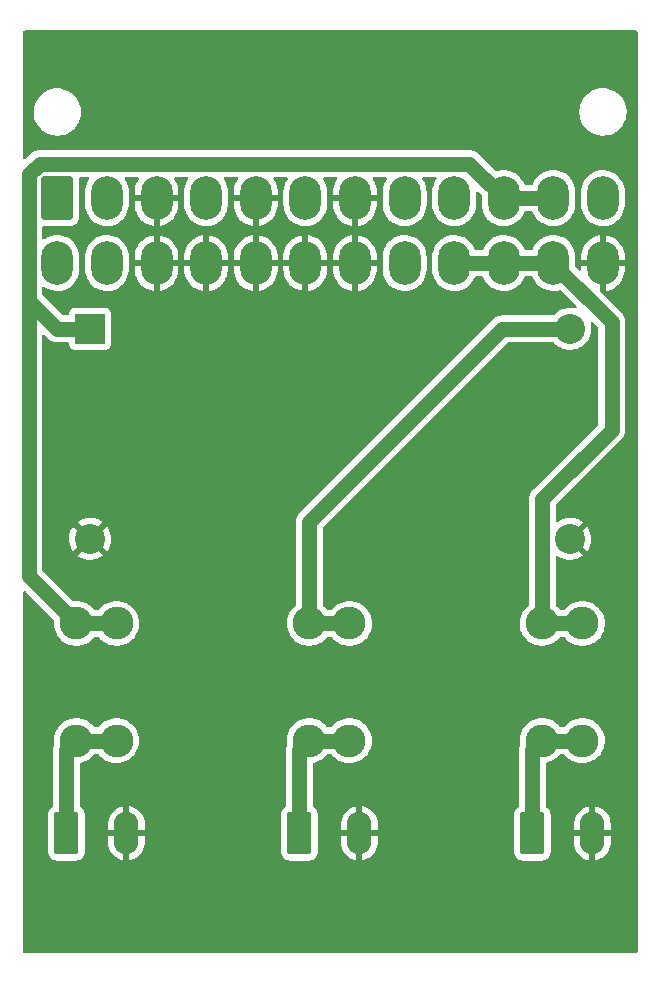
<source format=gbr>
%TF.GenerationSoftware,KiCad,Pcbnew,(6.0.8)*%
%TF.CreationDate,2023-07-04T13:31:15+01:00*%
%TF.ProjectId,DC_Divider_ATX_Unit,44435f44-6976-4696-9465-725f4154585f,rev?*%
%TF.SameCoordinates,Original*%
%TF.FileFunction,Copper,L2,Bot*%
%TF.FilePolarity,Positive*%
%FSLAX46Y46*%
G04 Gerber Fmt 4.6, Leading zero omitted, Abs format (unit mm)*
G04 Created by KiCad (PCBNEW (6.0.8)) date 2023-07-04 13:31:15*
%MOMM*%
%LPD*%
G01*
G04 APERTURE LIST*
G04 Aperture macros list*
%AMRoundRect*
0 Rectangle with rounded corners*
0 $1 Rounding radius*
0 $2 $3 $4 $5 $6 $7 $8 $9 X,Y pos of 4 corners*
0 Add a 4 corners polygon primitive as box body*
4,1,4,$2,$3,$4,$5,$6,$7,$8,$9,$2,$3,0*
0 Add four circle primitives for the rounded corners*
1,1,$1+$1,$2,$3*
1,1,$1+$1,$4,$5*
1,1,$1+$1,$6,$7*
1,1,$1+$1,$8,$9*
0 Add four rect primitives between the rounded corners*
20,1,$1+$1,$2,$3,$4,$5,0*
20,1,$1+$1,$4,$5,$6,$7,0*
20,1,$1+$1,$6,$7,$8,$9,0*
20,1,$1+$1,$8,$9,$2,$3,0*%
G04 Aperture macros list end*
%TA.AperFunction,ComponentPad*%
%ADD10C,2.780000*%
%TD*%
%TA.AperFunction,ComponentPad*%
%ADD11RoundRect,0.249999X-0.790001X-1.550001X0.790001X-1.550001X0.790001X1.550001X-0.790001X1.550001X0*%
%TD*%
%TA.AperFunction,ComponentPad*%
%ADD12O,2.080000X3.600000*%
%TD*%
%TA.AperFunction,ComponentPad*%
%ADD13O,2.700000X3.700000*%
%TD*%
%TA.AperFunction,ComponentPad*%
%ADD14RoundRect,0.250001X-1.099999X-1.599999X1.099999X-1.599999X1.099999X1.599999X-1.099999X1.599999X0*%
%TD*%
%TA.AperFunction,ComponentPad*%
%ADD15C,2.540000*%
%TD*%
%TA.AperFunction,ComponentPad*%
%ADD16R,2.540000X2.540000*%
%TD*%
%TA.AperFunction,Conductor*%
%ADD17C,1.250000*%
%TD*%
G04 APERTURE END LIST*
D10*
%TO.P,F3,1*%
%TO.N,+5V*%
X150227000Y-135044875D03*
X153627000Y-135044875D03*
%TO.P,F3,2*%
%TO.N,Net-(J4-Pad1)*%
X153627000Y-144964875D03*
X150227000Y-144964875D03*
%TD*%
%TO.P,F2,2*%
%TO.N,Net-(J3-Pad1)*%
X130507000Y-144964875D03*
X133907000Y-144964875D03*
%TO.P,F2,1*%
%TO.N,+9V*%
X133907000Y-135044875D03*
X130507000Y-135044875D03*
%TD*%
%TO.P,F1,1*%
%TO.N,+12V*%
X110787000Y-135044875D03*
X114187000Y-135044875D03*
%TO.P,F1,2*%
%TO.N,Net-(J2-Pad1)*%
X114187000Y-144964875D03*
X110787000Y-144964875D03*
%TD*%
D11*
%TO.P,J4,1,Pin_1*%
%TO.N,Net-(J4-Pad1)*%
X149387000Y-152813500D03*
D12*
%TO.P,J4,2,Pin_2*%
%TO.N,GND*%
X154467000Y-152813500D03*
%TD*%
D11*
%TO.P,J3,1,Pin_1*%
%TO.N,Net-(J3-Pad1)*%
X129667000Y-152813500D03*
D12*
%TO.P,J3,2,Pin_2*%
%TO.N,GND*%
X134747000Y-152813500D03*
%TD*%
D13*
%TO.P,J1,24,GND*%
%TO.N,GND*%
X155369200Y-104534600D03*
%TO.P,J1,23,+5V*%
%TO.N,+5V*%
X151169200Y-104534600D03*
%TO.P,J1,22,+5V*%
X146969200Y-104534600D03*
%TO.P,J1,21,+5V*%
X142769200Y-104534600D03*
%TO.P,J1,20,NC*%
%TO.N,unconnected-(J1-Pad20)*%
X138569200Y-104534600D03*
%TO.P,J1,19,GND*%
%TO.N,GND*%
X134369200Y-104534600D03*
%TO.P,J1,18,GND*%
X130169200Y-104534600D03*
%TO.P,J1,17,GND*%
X125969200Y-104534600D03*
%TO.P,J1,16,PS_ON#*%
X121769200Y-104534600D03*
%TO.P,J1,15,GND*%
X117569200Y-104534600D03*
%TO.P,J1,14,-12V*%
%TO.N,unconnected-(J1-Pad14)*%
X113369200Y-104534600D03*
%TO.P,J1,13,+3.3V*%
%TO.N,unconnected-(J1-Pad1)*%
X109169200Y-104534600D03*
%TO.P,J1,12,+3.3V*%
X155369200Y-99034600D03*
%TO.P,J1,11,+12V*%
%TO.N,+12V*%
X151169200Y-99034600D03*
%TO.P,J1,10,+12V*%
X146969200Y-99034600D03*
%TO.P,J1,9,+5VSB*%
%TO.N,unconnected-(J1-Pad9)*%
X142769200Y-99034600D03*
%TO.P,J1,8,PWR_OK*%
%TO.N,unconnected-(J1-Pad8)*%
X138569200Y-99034600D03*
%TO.P,J1,7,GND*%
%TO.N,GND*%
X134369200Y-99034600D03*
%TO.P,J1,6,+5V*%
%TO.N,+5V*%
X130169200Y-99034600D03*
%TO.P,J1,5,GND*%
%TO.N,GND*%
X125969200Y-99034600D03*
%TO.P,J1,4,+5V*%
%TO.N,+5V*%
X121769200Y-99034600D03*
%TO.P,J1,3,GND*%
%TO.N,GND*%
X117569200Y-99034600D03*
%TO.P,J1,2,+3.3V*%
%TO.N,unconnected-(J1-Pad1)*%
X113369200Y-99034600D03*
D14*
%TO.P,J1,1,+3.3V*%
X109169200Y-99034600D03*
%TD*%
D15*
%TO.P,U1,4,Vout*%
%TO.N,+9V*%
X152589200Y-110101250D03*
%TO.P,U1,3,GND*%
%TO.N,GND*%
X152589200Y-127881250D03*
%TO.P,U1,2,GND*%
X111949200Y-127881250D03*
D16*
%TO.P,U1,1,Vin*%
%TO.N,+12V*%
X111949200Y-110101250D03*
%TD*%
D11*
%TO.P,J2,1,Pin_1*%
%TO.N,Net-(J2-Pad1)*%
X109947000Y-152813500D03*
D12*
%TO.P,J2,2,Pin_2*%
%TO.N,GND*%
X115027000Y-152813500D03*
%TD*%
D17*
%TO.N,Net-(J2-Pad1)*%
X109947000Y-145804875D02*
X110787000Y-144964875D01*
X109947000Y-152813500D02*
X109947000Y-145804875D01*
%TO.N,Net-(J3-Pad1)*%
X129667000Y-145804875D02*
X130507000Y-144964875D01*
X129667000Y-152813500D02*
X129667000Y-145804875D01*
%TO.N,Net-(J4-Pad1)*%
X149387000Y-145804875D02*
X150227000Y-144964875D01*
X149387000Y-152813500D02*
X149387000Y-145804875D01*
X153627000Y-144964875D02*
X150227000Y-144964875D01*
%TO.N,Net-(J2-Pad1)*%
X114187000Y-144964875D02*
X110787000Y-144964875D01*
%TO.N,Net-(J3-Pad1)*%
X133907000Y-144964875D02*
X130507000Y-144964875D01*
%TO.N,+5V*%
X150227000Y-135044875D02*
X153627000Y-135044875D01*
%TO.N,+9V*%
X130507000Y-135044875D02*
X133907000Y-135044875D01*
%TO.N,+12V*%
X110787000Y-135044875D02*
X114187000Y-135044875D01*
X106756200Y-131014075D02*
X110787000Y-135044875D01*
X106756200Y-107950000D02*
X106756200Y-131014075D01*
X106883200Y-107823000D02*
X106756200Y-107950000D01*
%TO.N,+5V*%
X150227000Y-124550200D02*
X150227000Y-135044875D01*
X156108400Y-118668800D02*
X150227000Y-124550200D01*
X156108400Y-109550200D02*
X156108400Y-118668800D01*
X151169200Y-104611000D02*
X156108400Y-109550200D01*
X151169200Y-104534600D02*
X151169200Y-104611000D01*
%TO.N,+9V*%
X130507000Y-126439400D02*
X130507000Y-135044875D01*
X152589200Y-110101250D02*
X146845150Y-110101250D01*
X146845150Y-110101250D02*
X130507000Y-126439400D01*
%TO.N,+5V*%
X142769200Y-104534600D02*
X146969200Y-104534600D01*
X146969200Y-104534600D02*
X151169200Y-104534600D01*
%TO.N,+12V*%
X106756200Y-107696000D02*
X106883200Y-107823000D01*
X106756200Y-97028000D02*
X106756200Y-107696000D01*
X146969200Y-99034600D02*
X144048200Y-96113600D01*
X107670600Y-96113600D02*
X106756200Y-97028000D01*
X151169200Y-99034600D02*
X146969200Y-99034600D01*
X111949200Y-110101250D02*
X109161450Y-110101250D01*
X144048200Y-96113600D02*
X107670600Y-96113600D01*
X109161450Y-110101250D02*
X106883200Y-107823000D01*
%TD*%
%TA.AperFunction,Conductor*%
%TO.N,GND*%
G36*
X158234421Y-84856502D02*
G01*
X158280914Y-84910158D01*
X158292300Y-84962500D01*
X158292300Y-162839900D01*
X158272298Y-162908021D01*
X158218642Y-162954514D01*
X158166300Y-162965900D01*
X106400100Y-162965900D01*
X106331979Y-162945898D01*
X106285486Y-162892242D01*
X106274100Y-162839900D01*
X106274100Y-151213099D01*
X108398500Y-151213099D01*
X108398501Y-154413900D01*
X108409474Y-154519667D01*
X108411658Y-154526213D01*
X108462730Y-154679292D01*
X108465450Y-154687446D01*
X108558521Y-154837849D01*
X108563703Y-154843022D01*
X108572014Y-154851318D01*
X108683697Y-154962806D01*
X108834261Y-155055615D01*
X108860702Y-155064385D01*
X108995610Y-155109132D01*
X108995612Y-155109132D01*
X109002138Y-155111297D01*
X109008974Y-155111997D01*
X109008977Y-155111998D01*
X109052030Y-155116409D01*
X109106599Y-155122000D01*
X109940519Y-155122000D01*
X110787400Y-155121999D01*
X110893167Y-155111026D01*
X110973100Y-155084358D01*
X111054002Y-155057367D01*
X111054004Y-155057366D01*
X111060946Y-155055050D01*
X111211349Y-154961979D01*
X111336306Y-154836803D01*
X111429115Y-154686239D01*
X111484797Y-154518362D01*
X111495500Y-154413901D01*
X111495500Y-153633572D01*
X113479000Y-153633572D01*
X113479202Y-153638604D01*
X113493536Y-153816759D01*
X113495148Y-153826712D01*
X113552154Y-154058800D01*
X113555337Y-154068370D01*
X113648718Y-154288360D01*
X113653392Y-154297299D01*
X113780739Y-154499524D01*
X113786780Y-154507599D01*
X113944827Y-154686868D01*
X113952079Y-154693871D01*
X114136750Y-154845562D01*
X114145033Y-154851318D01*
X114351579Y-154971531D01*
X114360684Y-154975893D01*
X114583785Y-155061534D01*
X114593474Y-155064385D01*
X114755264Y-155098185D01*
X114769325Y-155097062D01*
X114773000Y-155086954D01*
X114773000Y-155084358D01*
X115281000Y-155084358D01*
X115285136Y-155098444D01*
X115298114Y-155100493D01*
X115323631Y-155097540D01*
X115333521Y-155095581D01*
X115563476Y-155030511D01*
X115572927Y-155026997D01*
X115789528Y-154925994D01*
X115798292Y-154921015D01*
X115995951Y-154786686D01*
X116003815Y-154780362D01*
X116177451Y-154616164D01*
X116184210Y-154608657D01*
X116329357Y-154418812D01*
X116334821Y-154410333D01*
X116447752Y-154199717D01*
X116451792Y-154190471D01*
X116529596Y-153964513D01*
X116532107Y-153954732D01*
X116572969Y-153718166D01*
X116573824Y-153710294D01*
X116574936Y-153685815D01*
X116575000Y-153682982D01*
X116575000Y-153085615D01*
X116570525Y-153070376D01*
X116569135Y-153069171D01*
X116561452Y-153067500D01*
X115299115Y-153067500D01*
X115283876Y-153071975D01*
X115282671Y-153073365D01*
X115281000Y-153081048D01*
X115281000Y-155084358D01*
X114773000Y-155084358D01*
X114773000Y-153085615D01*
X114768525Y-153070376D01*
X114767135Y-153069171D01*
X114759452Y-153067500D01*
X113497115Y-153067500D01*
X113481876Y-153071975D01*
X113480671Y-153073365D01*
X113479000Y-153081048D01*
X113479000Y-153633572D01*
X111495500Y-153633572D01*
X111495499Y-152541385D01*
X113479000Y-152541385D01*
X113483475Y-152556624D01*
X113484865Y-152557829D01*
X113492548Y-152559500D01*
X114754885Y-152559500D01*
X114770124Y-152555025D01*
X114771329Y-152553635D01*
X114773000Y-152545952D01*
X114773000Y-152541385D01*
X115281000Y-152541385D01*
X115285475Y-152556624D01*
X115286865Y-152557829D01*
X115294548Y-152559500D01*
X116556885Y-152559500D01*
X116572124Y-152555025D01*
X116573329Y-152553635D01*
X116575000Y-152545952D01*
X116575000Y-151993428D01*
X116574798Y-151988396D01*
X116560464Y-151810241D01*
X116558852Y-151800288D01*
X116501846Y-151568200D01*
X116498663Y-151558630D01*
X116405282Y-151338640D01*
X116400608Y-151329701D01*
X116327180Y-151213099D01*
X128118500Y-151213099D01*
X128118501Y-154413900D01*
X128129474Y-154519667D01*
X128131658Y-154526213D01*
X128182730Y-154679292D01*
X128185450Y-154687446D01*
X128278521Y-154837849D01*
X128283703Y-154843022D01*
X128292014Y-154851318D01*
X128403697Y-154962806D01*
X128554261Y-155055615D01*
X128580702Y-155064385D01*
X128715610Y-155109132D01*
X128715612Y-155109132D01*
X128722138Y-155111297D01*
X128728974Y-155111997D01*
X128728977Y-155111998D01*
X128772030Y-155116409D01*
X128826599Y-155122000D01*
X129660519Y-155122000D01*
X130507400Y-155121999D01*
X130613167Y-155111026D01*
X130693100Y-155084358D01*
X130774002Y-155057367D01*
X130774004Y-155057366D01*
X130780946Y-155055050D01*
X130931349Y-154961979D01*
X131056306Y-154836803D01*
X131149115Y-154686239D01*
X131204797Y-154518362D01*
X131215500Y-154413901D01*
X131215500Y-153633572D01*
X133199000Y-153633572D01*
X133199202Y-153638604D01*
X133213536Y-153816759D01*
X133215148Y-153826712D01*
X133272154Y-154058800D01*
X133275337Y-154068370D01*
X133368718Y-154288360D01*
X133373392Y-154297299D01*
X133500739Y-154499524D01*
X133506780Y-154507599D01*
X133664827Y-154686868D01*
X133672079Y-154693871D01*
X133856750Y-154845562D01*
X133865033Y-154851318D01*
X134071579Y-154971531D01*
X134080684Y-154975893D01*
X134303785Y-155061534D01*
X134313474Y-155064385D01*
X134475264Y-155098185D01*
X134489325Y-155097062D01*
X134493000Y-155086954D01*
X134493000Y-155084358D01*
X135001000Y-155084358D01*
X135005136Y-155098444D01*
X135018114Y-155100493D01*
X135043631Y-155097540D01*
X135053521Y-155095581D01*
X135283476Y-155030511D01*
X135292927Y-155026997D01*
X135509528Y-154925994D01*
X135518292Y-154921015D01*
X135715951Y-154786686D01*
X135723815Y-154780362D01*
X135897451Y-154616164D01*
X135904210Y-154608657D01*
X136049357Y-154418812D01*
X136054821Y-154410333D01*
X136167752Y-154199717D01*
X136171792Y-154190471D01*
X136249596Y-153964513D01*
X136252107Y-153954732D01*
X136292969Y-153718166D01*
X136293824Y-153710294D01*
X136294936Y-153685815D01*
X136295000Y-153682982D01*
X136295000Y-153085615D01*
X136290525Y-153070376D01*
X136289135Y-153069171D01*
X136281452Y-153067500D01*
X135019115Y-153067500D01*
X135003876Y-153071975D01*
X135002671Y-153073365D01*
X135001000Y-153081048D01*
X135001000Y-155084358D01*
X134493000Y-155084358D01*
X134493000Y-153085615D01*
X134488525Y-153070376D01*
X134487135Y-153069171D01*
X134479452Y-153067500D01*
X133217115Y-153067500D01*
X133201876Y-153071975D01*
X133200671Y-153073365D01*
X133199000Y-153081048D01*
X133199000Y-153633572D01*
X131215500Y-153633572D01*
X131215499Y-152541385D01*
X133199000Y-152541385D01*
X133203475Y-152556624D01*
X133204865Y-152557829D01*
X133212548Y-152559500D01*
X134474885Y-152559500D01*
X134490124Y-152555025D01*
X134491329Y-152553635D01*
X134493000Y-152545952D01*
X134493000Y-152541385D01*
X135001000Y-152541385D01*
X135005475Y-152556624D01*
X135006865Y-152557829D01*
X135014548Y-152559500D01*
X136276885Y-152559500D01*
X136292124Y-152555025D01*
X136293329Y-152553635D01*
X136295000Y-152545952D01*
X136295000Y-151993428D01*
X136294798Y-151988396D01*
X136280464Y-151810241D01*
X136278852Y-151800288D01*
X136221846Y-151568200D01*
X136218663Y-151558630D01*
X136125282Y-151338640D01*
X136120608Y-151329701D01*
X136047180Y-151213099D01*
X147838500Y-151213099D01*
X147838501Y-154413900D01*
X147849474Y-154519667D01*
X147851658Y-154526213D01*
X147902730Y-154679292D01*
X147905450Y-154687446D01*
X147998521Y-154837849D01*
X148003703Y-154843022D01*
X148012014Y-154851318D01*
X148123697Y-154962806D01*
X148274261Y-155055615D01*
X148300702Y-155064385D01*
X148435610Y-155109132D01*
X148435612Y-155109132D01*
X148442138Y-155111297D01*
X148448974Y-155111997D01*
X148448977Y-155111998D01*
X148492030Y-155116409D01*
X148546599Y-155122000D01*
X149380519Y-155122000D01*
X150227400Y-155121999D01*
X150333167Y-155111026D01*
X150413100Y-155084358D01*
X150494002Y-155057367D01*
X150494004Y-155057366D01*
X150500946Y-155055050D01*
X150651349Y-154961979D01*
X150776306Y-154836803D01*
X150869115Y-154686239D01*
X150924797Y-154518362D01*
X150935500Y-154413901D01*
X150935500Y-153633572D01*
X152919000Y-153633572D01*
X152919202Y-153638604D01*
X152933536Y-153816759D01*
X152935148Y-153826712D01*
X152992154Y-154058800D01*
X152995337Y-154068370D01*
X153088718Y-154288360D01*
X153093392Y-154297299D01*
X153220739Y-154499524D01*
X153226780Y-154507599D01*
X153384827Y-154686868D01*
X153392079Y-154693871D01*
X153576750Y-154845562D01*
X153585033Y-154851318D01*
X153791579Y-154971531D01*
X153800684Y-154975893D01*
X154023785Y-155061534D01*
X154033474Y-155064385D01*
X154195264Y-155098185D01*
X154209325Y-155097062D01*
X154213000Y-155086954D01*
X154213000Y-155084358D01*
X154721000Y-155084358D01*
X154725136Y-155098444D01*
X154738114Y-155100493D01*
X154763631Y-155097540D01*
X154773521Y-155095581D01*
X155003476Y-155030511D01*
X155012927Y-155026997D01*
X155229528Y-154925994D01*
X155238292Y-154921015D01*
X155435951Y-154786686D01*
X155443815Y-154780362D01*
X155617451Y-154616164D01*
X155624210Y-154608657D01*
X155769357Y-154418812D01*
X155774821Y-154410333D01*
X155887752Y-154199717D01*
X155891792Y-154190471D01*
X155969596Y-153964513D01*
X155972107Y-153954732D01*
X156012969Y-153718166D01*
X156013824Y-153710294D01*
X156014936Y-153685815D01*
X156015000Y-153682982D01*
X156015000Y-153085615D01*
X156010525Y-153070376D01*
X156009135Y-153069171D01*
X156001452Y-153067500D01*
X154739115Y-153067500D01*
X154723876Y-153071975D01*
X154722671Y-153073365D01*
X154721000Y-153081048D01*
X154721000Y-155084358D01*
X154213000Y-155084358D01*
X154213000Y-153085615D01*
X154208525Y-153070376D01*
X154207135Y-153069171D01*
X154199452Y-153067500D01*
X152937115Y-153067500D01*
X152921876Y-153071975D01*
X152920671Y-153073365D01*
X152919000Y-153081048D01*
X152919000Y-153633572D01*
X150935500Y-153633572D01*
X150935499Y-152541385D01*
X152919000Y-152541385D01*
X152923475Y-152556624D01*
X152924865Y-152557829D01*
X152932548Y-152559500D01*
X154194885Y-152559500D01*
X154210124Y-152555025D01*
X154211329Y-152553635D01*
X154213000Y-152545952D01*
X154213000Y-152541385D01*
X154721000Y-152541385D01*
X154725475Y-152556624D01*
X154726865Y-152557829D01*
X154734548Y-152559500D01*
X155996885Y-152559500D01*
X156012124Y-152555025D01*
X156013329Y-152553635D01*
X156015000Y-152545952D01*
X156015000Y-151993428D01*
X156014798Y-151988396D01*
X156000464Y-151810241D01*
X155998852Y-151800288D01*
X155941846Y-151568200D01*
X155938663Y-151558630D01*
X155845282Y-151338640D01*
X155840608Y-151329701D01*
X155713261Y-151127476D01*
X155707220Y-151119401D01*
X155549173Y-150940132D01*
X155541921Y-150933129D01*
X155357250Y-150781438D01*
X155348967Y-150775682D01*
X155142421Y-150655469D01*
X155133316Y-150651107D01*
X154910215Y-150565466D01*
X154900526Y-150562615D01*
X154738736Y-150528815D01*
X154724675Y-150529938D01*
X154721000Y-150540046D01*
X154721000Y-152541385D01*
X154213000Y-152541385D01*
X154213000Y-150542642D01*
X154208864Y-150528556D01*
X154195886Y-150526507D01*
X154170369Y-150529460D01*
X154160479Y-150531419D01*
X153930524Y-150596489D01*
X153921073Y-150600003D01*
X153704472Y-150701006D01*
X153695708Y-150705985D01*
X153498049Y-150840314D01*
X153490185Y-150846638D01*
X153316549Y-151010836D01*
X153309790Y-151018343D01*
X153164643Y-151208188D01*
X153159179Y-151216667D01*
X153046248Y-151427283D01*
X153042208Y-151436529D01*
X152964404Y-151662487D01*
X152961893Y-151672268D01*
X152921031Y-151908834D01*
X152920176Y-151916706D01*
X152919064Y-151941185D01*
X152919000Y-151944018D01*
X152919000Y-152541385D01*
X150935499Y-152541385D01*
X150935499Y-151213100D01*
X150924526Y-151107333D01*
X150892332Y-151010836D01*
X150870867Y-150946498D01*
X150870866Y-150946496D01*
X150868550Y-150939554D01*
X150775479Y-150789151D01*
X150767753Y-150781438D01*
X150692167Y-150705985D01*
X150650303Y-150664194D01*
X150580384Y-150621095D01*
X150532890Y-150568322D01*
X150520500Y-150513835D01*
X150520500Y-146947501D01*
X150540502Y-146879380D01*
X150594158Y-146832887D01*
X150625812Y-146823211D01*
X150666938Y-146816366D01*
X150666942Y-146816365D01*
X150671328Y-146815635D01*
X150675569Y-146814294D01*
X150675572Y-146814293D01*
X150923424Y-146735908D01*
X150923426Y-146735907D01*
X150927670Y-146734565D01*
X150931681Y-146732639D01*
X150931686Y-146732637D01*
X151166012Y-146620115D01*
X151166013Y-146620114D01*
X151170031Y-146618185D01*
X151173737Y-146615709D01*
X151389869Y-146471295D01*
X151389873Y-146471292D01*
X151393577Y-146468817D01*
X151396894Y-146465846D01*
X151396898Y-146465843D01*
X151590528Y-146292413D01*
X151590529Y-146292412D01*
X151593846Y-146289441D01*
X151716689Y-146143300D01*
X151775834Y-146104025D01*
X151813141Y-146098375D01*
X152036399Y-146098375D01*
X152104520Y-146118377D01*
X152135532Y-146148369D01*
X152136252Y-146147792D01*
X152139036Y-146151268D01*
X152141568Y-146154931D01*
X152144584Y-146158193D01*
X152144589Y-146158200D01*
X152262754Y-146286029D01*
X152324067Y-146352357D01*
X152327521Y-146355169D01*
X152529107Y-146519286D01*
X152529111Y-146519289D01*
X152532564Y-146522100D01*
X152762897Y-146660772D01*
X152858777Y-146701372D01*
X153006369Y-146763870D01*
X153006374Y-146763872D01*
X153010472Y-146765607D01*
X153014769Y-146766746D01*
X153014774Y-146766748D01*
X153140410Y-146800059D01*
X153270348Y-146834511D01*
X153537340Y-146866112D01*
X153806121Y-146859778D01*
X153957923Y-146834511D01*
X154066938Y-146816366D01*
X154066942Y-146816365D01*
X154071328Y-146815635D01*
X154075569Y-146814294D01*
X154075572Y-146814293D01*
X154323424Y-146735908D01*
X154323426Y-146735907D01*
X154327670Y-146734565D01*
X154331681Y-146732639D01*
X154331686Y-146732637D01*
X154566012Y-146620115D01*
X154566013Y-146620114D01*
X154570031Y-146618185D01*
X154573737Y-146615709D01*
X154789869Y-146471295D01*
X154789873Y-146471292D01*
X154793577Y-146468817D01*
X154796894Y-146465846D01*
X154796898Y-146465843D01*
X154990528Y-146292413D01*
X154990529Y-146292412D01*
X154993846Y-146289441D01*
X155166842Y-146083636D01*
X155309115Y-145855509D01*
X155417825Y-145609612D01*
X155431167Y-145562307D01*
X155452302Y-145487367D01*
X155490804Y-145350850D01*
X155514593Y-145173738D01*
X155526167Y-145087569D01*
X155526168Y-145087561D01*
X155526594Y-145084387D01*
X155530350Y-144964875D01*
X155511362Y-144696691D01*
X155454775Y-144433857D01*
X155432170Y-144372582D01*
X155363260Y-144185796D01*
X155361719Y-144181619D01*
X155234052Y-143945009D01*
X155074319Y-143728748D01*
X155033610Y-143687394D01*
X154888839Y-143540332D01*
X154885708Y-143537151D01*
X154882169Y-143534450D01*
X154882162Y-143534444D01*
X154675523Y-143376743D01*
X154671983Y-143374041D01*
X154437407Y-143242672D01*
X154433262Y-143241068D01*
X154433259Y-143241067D01*
X154190805Y-143147269D01*
X154186662Y-143145666D01*
X154182337Y-143144663D01*
X154182332Y-143144662D01*
X154038456Y-143111314D01*
X153924750Y-143084958D01*
X153656897Y-143061760D01*
X153652462Y-143062004D01*
X153652458Y-143062004D01*
X153534232Y-143068510D01*
X153388447Y-143076533D01*
X153203969Y-143113229D01*
X153129125Y-143128116D01*
X153129123Y-143128117D01*
X153124757Y-143128985D01*
X152871089Y-143218067D01*
X152632502Y-143342002D01*
X152628875Y-143344594D01*
X152628870Y-143344597D01*
X152417386Y-143495727D01*
X152413759Y-143498319D01*
X152219223Y-143683897D01*
X152216467Y-143687392D01*
X152216466Y-143687394D01*
X152140796Y-143783381D01*
X152082915Y-143824494D01*
X152041846Y-143831375D01*
X151813699Y-143831375D01*
X151745578Y-143811373D01*
X151712348Y-143780234D01*
X151676971Y-143732337D01*
X151676963Y-143732327D01*
X151674319Y-143728748D01*
X151633610Y-143687394D01*
X151488839Y-143540332D01*
X151485708Y-143537151D01*
X151482169Y-143534450D01*
X151482162Y-143534444D01*
X151275523Y-143376743D01*
X151271983Y-143374041D01*
X151037407Y-143242672D01*
X151033262Y-143241068D01*
X151033259Y-143241067D01*
X150790805Y-143147269D01*
X150786662Y-143145666D01*
X150782337Y-143144663D01*
X150782332Y-143144662D01*
X150638456Y-143111314D01*
X150524750Y-143084958D01*
X150256897Y-143061760D01*
X150252462Y-143062004D01*
X150252458Y-143062004D01*
X150134232Y-143068510D01*
X149988447Y-143076533D01*
X149803969Y-143113229D01*
X149729125Y-143128116D01*
X149729123Y-143128117D01*
X149724757Y-143128985D01*
X149471089Y-143218067D01*
X149232502Y-143342002D01*
X149228875Y-143344594D01*
X149228870Y-143344597D01*
X149017386Y-143495727D01*
X149013759Y-143498319D01*
X148819223Y-143683897D01*
X148816467Y-143687392D01*
X148816466Y-143687394D01*
X148702961Y-143831375D01*
X148652776Y-143895034D01*
X148625829Y-143941427D01*
X148519977Y-144123663D01*
X148519974Y-144123669D01*
X148517739Y-144127517D01*
X148416807Y-144376708D01*
X148415736Y-144381021D01*
X148415734Y-144381026D01*
X148402611Y-144433857D01*
X148351992Y-144637634D01*
X148324589Y-144905089D01*
X148335144Y-145173738D01*
X148335944Y-145178118D01*
X148353463Y-145274043D01*
X148345324Y-145346316D01*
X148343295Y-145351049D01*
X148340421Y-145356310D01*
X148338594Y-145362018D01*
X148321531Y-145415324D01*
X148318395Y-145424010D01*
X148295234Y-145481479D01*
X148294084Y-145487365D01*
X148294084Y-145487367D01*
X148288637Y-145515260D01*
X148284975Y-145529523D01*
X148274481Y-145562307D01*
X148273766Y-145568256D01*
X148273765Y-145568262D01*
X148267089Y-145623830D01*
X148265653Y-145632950D01*
X148257186Y-145676310D01*
X148253778Y-145693762D01*
X148253500Y-145699446D01*
X148253500Y-145729420D01*
X148252601Y-145744448D01*
X148248684Y-145777055D01*
X148249107Y-145783031D01*
X148249107Y-145783034D01*
X148253185Y-145840626D01*
X148253500Y-145849525D01*
X148253500Y-150513847D01*
X148233498Y-150581968D01*
X148193802Y-150620992D01*
X148122651Y-150665021D01*
X147997694Y-150790197D01*
X147904885Y-150940761D01*
X147849203Y-151108638D01*
X147838500Y-151213099D01*
X136047180Y-151213099D01*
X135993261Y-151127476D01*
X135987220Y-151119401D01*
X135829173Y-150940132D01*
X135821921Y-150933129D01*
X135637250Y-150781438D01*
X135628967Y-150775682D01*
X135422421Y-150655469D01*
X135413316Y-150651107D01*
X135190215Y-150565466D01*
X135180526Y-150562615D01*
X135018736Y-150528815D01*
X135004675Y-150529938D01*
X135001000Y-150540046D01*
X135001000Y-152541385D01*
X134493000Y-152541385D01*
X134493000Y-150542642D01*
X134488864Y-150528556D01*
X134475886Y-150526507D01*
X134450369Y-150529460D01*
X134440479Y-150531419D01*
X134210524Y-150596489D01*
X134201073Y-150600003D01*
X133984472Y-150701006D01*
X133975708Y-150705985D01*
X133778049Y-150840314D01*
X133770185Y-150846638D01*
X133596549Y-151010836D01*
X133589790Y-151018343D01*
X133444643Y-151208188D01*
X133439179Y-151216667D01*
X133326248Y-151427283D01*
X133322208Y-151436529D01*
X133244404Y-151662487D01*
X133241893Y-151672268D01*
X133201031Y-151908834D01*
X133200176Y-151916706D01*
X133199064Y-151941185D01*
X133199000Y-151944018D01*
X133199000Y-152541385D01*
X131215499Y-152541385D01*
X131215499Y-151213100D01*
X131204526Y-151107333D01*
X131172332Y-151010836D01*
X131150867Y-150946498D01*
X131150866Y-150946496D01*
X131148550Y-150939554D01*
X131055479Y-150789151D01*
X131047753Y-150781438D01*
X130972167Y-150705985D01*
X130930303Y-150664194D01*
X130860384Y-150621095D01*
X130812890Y-150568322D01*
X130800500Y-150513835D01*
X130800500Y-146947501D01*
X130820502Y-146879380D01*
X130874158Y-146832887D01*
X130905812Y-146823211D01*
X130946938Y-146816366D01*
X130946942Y-146816365D01*
X130951328Y-146815635D01*
X130955569Y-146814294D01*
X130955572Y-146814293D01*
X131203424Y-146735908D01*
X131203426Y-146735907D01*
X131207670Y-146734565D01*
X131211681Y-146732639D01*
X131211686Y-146732637D01*
X131446012Y-146620115D01*
X131446013Y-146620114D01*
X131450031Y-146618185D01*
X131453737Y-146615709D01*
X131669869Y-146471295D01*
X131669873Y-146471292D01*
X131673577Y-146468817D01*
X131676894Y-146465846D01*
X131676898Y-146465843D01*
X131870528Y-146292413D01*
X131870529Y-146292412D01*
X131873846Y-146289441D01*
X131996689Y-146143300D01*
X132055834Y-146104025D01*
X132093141Y-146098375D01*
X132316399Y-146098375D01*
X132384520Y-146118377D01*
X132415532Y-146148369D01*
X132416252Y-146147792D01*
X132419036Y-146151268D01*
X132421568Y-146154931D01*
X132424584Y-146158193D01*
X132424589Y-146158200D01*
X132542754Y-146286029D01*
X132604067Y-146352357D01*
X132607521Y-146355169D01*
X132809107Y-146519286D01*
X132809111Y-146519289D01*
X132812564Y-146522100D01*
X133042897Y-146660772D01*
X133138777Y-146701372D01*
X133286369Y-146763870D01*
X133286374Y-146763872D01*
X133290472Y-146765607D01*
X133294769Y-146766746D01*
X133294774Y-146766748D01*
X133420410Y-146800059D01*
X133550348Y-146834511D01*
X133817340Y-146866112D01*
X134086121Y-146859778D01*
X134237923Y-146834511D01*
X134346938Y-146816366D01*
X134346942Y-146816365D01*
X134351328Y-146815635D01*
X134355569Y-146814294D01*
X134355572Y-146814293D01*
X134603424Y-146735908D01*
X134603426Y-146735907D01*
X134607670Y-146734565D01*
X134611681Y-146732639D01*
X134611686Y-146732637D01*
X134846012Y-146620115D01*
X134846013Y-146620114D01*
X134850031Y-146618185D01*
X134853737Y-146615709D01*
X135069869Y-146471295D01*
X135069873Y-146471292D01*
X135073577Y-146468817D01*
X135076894Y-146465846D01*
X135076898Y-146465843D01*
X135270528Y-146292413D01*
X135270529Y-146292412D01*
X135273846Y-146289441D01*
X135446842Y-146083636D01*
X135589115Y-145855509D01*
X135697825Y-145609612D01*
X135711167Y-145562307D01*
X135732302Y-145487367D01*
X135770804Y-145350850D01*
X135794593Y-145173738D01*
X135806167Y-145087569D01*
X135806168Y-145087561D01*
X135806594Y-145084387D01*
X135810350Y-144964875D01*
X135791362Y-144696691D01*
X135734775Y-144433857D01*
X135712170Y-144372582D01*
X135643260Y-144185796D01*
X135641719Y-144181619D01*
X135514052Y-143945009D01*
X135354319Y-143728748D01*
X135313610Y-143687394D01*
X135168839Y-143540332D01*
X135165708Y-143537151D01*
X135162169Y-143534450D01*
X135162162Y-143534444D01*
X134955523Y-143376743D01*
X134951983Y-143374041D01*
X134717407Y-143242672D01*
X134713262Y-143241068D01*
X134713259Y-143241067D01*
X134470805Y-143147269D01*
X134466662Y-143145666D01*
X134462337Y-143144663D01*
X134462332Y-143144662D01*
X134318456Y-143111314D01*
X134204750Y-143084958D01*
X133936897Y-143061760D01*
X133932462Y-143062004D01*
X133932458Y-143062004D01*
X133814232Y-143068510D01*
X133668447Y-143076533D01*
X133483969Y-143113229D01*
X133409125Y-143128116D01*
X133409123Y-143128117D01*
X133404757Y-143128985D01*
X133151089Y-143218067D01*
X132912502Y-143342002D01*
X132908875Y-143344594D01*
X132908870Y-143344597D01*
X132697386Y-143495727D01*
X132693759Y-143498319D01*
X132499223Y-143683897D01*
X132496467Y-143687392D01*
X132496466Y-143687394D01*
X132420796Y-143783381D01*
X132362915Y-143824494D01*
X132321846Y-143831375D01*
X132093699Y-143831375D01*
X132025578Y-143811373D01*
X131992348Y-143780234D01*
X131956971Y-143732337D01*
X131956963Y-143732327D01*
X131954319Y-143728748D01*
X131913610Y-143687394D01*
X131768839Y-143540332D01*
X131765708Y-143537151D01*
X131762169Y-143534450D01*
X131762162Y-143534444D01*
X131555523Y-143376743D01*
X131551983Y-143374041D01*
X131317407Y-143242672D01*
X131313262Y-143241068D01*
X131313259Y-143241067D01*
X131070805Y-143147269D01*
X131066662Y-143145666D01*
X131062337Y-143144663D01*
X131062332Y-143144662D01*
X130918456Y-143111314D01*
X130804750Y-143084958D01*
X130536897Y-143061760D01*
X130532462Y-143062004D01*
X130532458Y-143062004D01*
X130414232Y-143068510D01*
X130268447Y-143076533D01*
X130083969Y-143113229D01*
X130009125Y-143128116D01*
X130009123Y-143128117D01*
X130004757Y-143128985D01*
X129751089Y-143218067D01*
X129512502Y-143342002D01*
X129508875Y-143344594D01*
X129508870Y-143344597D01*
X129297386Y-143495727D01*
X129293759Y-143498319D01*
X129099223Y-143683897D01*
X129096467Y-143687392D01*
X129096466Y-143687394D01*
X128982961Y-143831375D01*
X128932776Y-143895034D01*
X128905829Y-143941427D01*
X128799977Y-144123663D01*
X128799974Y-144123669D01*
X128797739Y-144127517D01*
X128696807Y-144376708D01*
X128695736Y-144381021D01*
X128695734Y-144381026D01*
X128682611Y-144433857D01*
X128631992Y-144637634D01*
X128604589Y-144905089D01*
X128615144Y-145173738D01*
X128615944Y-145178118D01*
X128633463Y-145274043D01*
X128625324Y-145346316D01*
X128623295Y-145351049D01*
X128620421Y-145356310D01*
X128618594Y-145362018D01*
X128601531Y-145415324D01*
X128598395Y-145424010D01*
X128575234Y-145481479D01*
X128574084Y-145487365D01*
X128574084Y-145487367D01*
X128568637Y-145515260D01*
X128564975Y-145529523D01*
X128554481Y-145562307D01*
X128553766Y-145568256D01*
X128553765Y-145568262D01*
X128547089Y-145623830D01*
X128545653Y-145632950D01*
X128537186Y-145676310D01*
X128533778Y-145693762D01*
X128533500Y-145699446D01*
X128533500Y-145729420D01*
X128532601Y-145744448D01*
X128528684Y-145777055D01*
X128529107Y-145783031D01*
X128529107Y-145783034D01*
X128533185Y-145840626D01*
X128533500Y-145849525D01*
X128533500Y-150513847D01*
X128513498Y-150581968D01*
X128473802Y-150620992D01*
X128402651Y-150665021D01*
X128277694Y-150790197D01*
X128184885Y-150940761D01*
X128129203Y-151108638D01*
X128118500Y-151213099D01*
X116327180Y-151213099D01*
X116273261Y-151127476D01*
X116267220Y-151119401D01*
X116109173Y-150940132D01*
X116101921Y-150933129D01*
X115917250Y-150781438D01*
X115908967Y-150775682D01*
X115702421Y-150655469D01*
X115693316Y-150651107D01*
X115470215Y-150565466D01*
X115460526Y-150562615D01*
X115298736Y-150528815D01*
X115284675Y-150529938D01*
X115281000Y-150540046D01*
X115281000Y-152541385D01*
X114773000Y-152541385D01*
X114773000Y-150542642D01*
X114768864Y-150528556D01*
X114755886Y-150526507D01*
X114730369Y-150529460D01*
X114720479Y-150531419D01*
X114490524Y-150596489D01*
X114481073Y-150600003D01*
X114264472Y-150701006D01*
X114255708Y-150705985D01*
X114058049Y-150840314D01*
X114050185Y-150846638D01*
X113876549Y-151010836D01*
X113869790Y-151018343D01*
X113724643Y-151208188D01*
X113719179Y-151216667D01*
X113606248Y-151427283D01*
X113602208Y-151436529D01*
X113524404Y-151662487D01*
X113521893Y-151672268D01*
X113481031Y-151908834D01*
X113480176Y-151916706D01*
X113479064Y-151941185D01*
X113479000Y-151944018D01*
X113479000Y-152541385D01*
X111495499Y-152541385D01*
X111495499Y-151213100D01*
X111484526Y-151107333D01*
X111452332Y-151010836D01*
X111430867Y-150946498D01*
X111430866Y-150946496D01*
X111428550Y-150939554D01*
X111335479Y-150789151D01*
X111327753Y-150781438D01*
X111252167Y-150705985D01*
X111210303Y-150664194D01*
X111140384Y-150621095D01*
X111092890Y-150568322D01*
X111080500Y-150513835D01*
X111080500Y-146947501D01*
X111100502Y-146879380D01*
X111154158Y-146832887D01*
X111185812Y-146823211D01*
X111226938Y-146816366D01*
X111226942Y-146816365D01*
X111231328Y-146815635D01*
X111235569Y-146814294D01*
X111235572Y-146814293D01*
X111483424Y-146735908D01*
X111483426Y-146735907D01*
X111487670Y-146734565D01*
X111491681Y-146732639D01*
X111491686Y-146732637D01*
X111726012Y-146620115D01*
X111726013Y-146620114D01*
X111730031Y-146618185D01*
X111733737Y-146615709D01*
X111949869Y-146471295D01*
X111949873Y-146471292D01*
X111953577Y-146468817D01*
X111956894Y-146465846D01*
X111956898Y-146465843D01*
X112150528Y-146292413D01*
X112150529Y-146292412D01*
X112153846Y-146289441D01*
X112276689Y-146143300D01*
X112335834Y-146104025D01*
X112373141Y-146098375D01*
X112596399Y-146098375D01*
X112664520Y-146118377D01*
X112695532Y-146148369D01*
X112696252Y-146147792D01*
X112699036Y-146151268D01*
X112701568Y-146154931D01*
X112704584Y-146158193D01*
X112704589Y-146158200D01*
X112822754Y-146286029D01*
X112884067Y-146352357D01*
X112887521Y-146355169D01*
X113089107Y-146519286D01*
X113089111Y-146519289D01*
X113092564Y-146522100D01*
X113322897Y-146660772D01*
X113418777Y-146701372D01*
X113566369Y-146763870D01*
X113566374Y-146763872D01*
X113570472Y-146765607D01*
X113574769Y-146766746D01*
X113574774Y-146766748D01*
X113700410Y-146800059D01*
X113830348Y-146834511D01*
X114097340Y-146866112D01*
X114366121Y-146859778D01*
X114517923Y-146834511D01*
X114626938Y-146816366D01*
X114626942Y-146816365D01*
X114631328Y-146815635D01*
X114635569Y-146814294D01*
X114635572Y-146814293D01*
X114883424Y-146735908D01*
X114883426Y-146735907D01*
X114887670Y-146734565D01*
X114891681Y-146732639D01*
X114891686Y-146732637D01*
X115126012Y-146620115D01*
X115126013Y-146620114D01*
X115130031Y-146618185D01*
X115133737Y-146615709D01*
X115349869Y-146471295D01*
X115349873Y-146471292D01*
X115353577Y-146468817D01*
X115356894Y-146465846D01*
X115356898Y-146465843D01*
X115550528Y-146292413D01*
X115550529Y-146292412D01*
X115553846Y-146289441D01*
X115726842Y-146083636D01*
X115869115Y-145855509D01*
X115977825Y-145609612D01*
X115991167Y-145562307D01*
X116012302Y-145487367D01*
X116050804Y-145350850D01*
X116074593Y-145173738D01*
X116086167Y-145087569D01*
X116086168Y-145087561D01*
X116086594Y-145084387D01*
X116090350Y-144964875D01*
X116071362Y-144696691D01*
X116014775Y-144433857D01*
X115992170Y-144372582D01*
X115923260Y-144185796D01*
X115921719Y-144181619D01*
X115794052Y-143945009D01*
X115634319Y-143728748D01*
X115593610Y-143687394D01*
X115448839Y-143540332D01*
X115445708Y-143537151D01*
X115442169Y-143534450D01*
X115442162Y-143534444D01*
X115235523Y-143376743D01*
X115231983Y-143374041D01*
X114997407Y-143242672D01*
X114993262Y-143241068D01*
X114993259Y-143241067D01*
X114750805Y-143147269D01*
X114746662Y-143145666D01*
X114742337Y-143144663D01*
X114742332Y-143144662D01*
X114598456Y-143111314D01*
X114484750Y-143084958D01*
X114216897Y-143061760D01*
X114212462Y-143062004D01*
X114212458Y-143062004D01*
X114094232Y-143068510D01*
X113948447Y-143076533D01*
X113763969Y-143113229D01*
X113689125Y-143128116D01*
X113689123Y-143128117D01*
X113684757Y-143128985D01*
X113431089Y-143218067D01*
X113192502Y-143342002D01*
X113188875Y-143344594D01*
X113188870Y-143344597D01*
X112977386Y-143495727D01*
X112973759Y-143498319D01*
X112779223Y-143683897D01*
X112776467Y-143687392D01*
X112776466Y-143687394D01*
X112700796Y-143783381D01*
X112642915Y-143824494D01*
X112601846Y-143831375D01*
X112373699Y-143831375D01*
X112305578Y-143811373D01*
X112272348Y-143780234D01*
X112236971Y-143732337D01*
X112236963Y-143732327D01*
X112234319Y-143728748D01*
X112193610Y-143687394D01*
X112048839Y-143540332D01*
X112045708Y-143537151D01*
X112042169Y-143534450D01*
X112042162Y-143534444D01*
X111835523Y-143376743D01*
X111831983Y-143374041D01*
X111597407Y-143242672D01*
X111593262Y-143241068D01*
X111593259Y-143241067D01*
X111350805Y-143147269D01*
X111346662Y-143145666D01*
X111342337Y-143144663D01*
X111342332Y-143144662D01*
X111198456Y-143111314D01*
X111084750Y-143084958D01*
X110816897Y-143061760D01*
X110812462Y-143062004D01*
X110812458Y-143062004D01*
X110694232Y-143068510D01*
X110548447Y-143076533D01*
X110363969Y-143113229D01*
X110289125Y-143128116D01*
X110289123Y-143128117D01*
X110284757Y-143128985D01*
X110031089Y-143218067D01*
X109792502Y-143342002D01*
X109788875Y-143344594D01*
X109788870Y-143344597D01*
X109577386Y-143495727D01*
X109573759Y-143498319D01*
X109379223Y-143683897D01*
X109376467Y-143687392D01*
X109376466Y-143687394D01*
X109262961Y-143831375D01*
X109212776Y-143895034D01*
X109185829Y-143941427D01*
X109079977Y-144123663D01*
X109079974Y-144123669D01*
X109077739Y-144127517D01*
X108976807Y-144376708D01*
X108975736Y-144381021D01*
X108975734Y-144381026D01*
X108962611Y-144433857D01*
X108911992Y-144637634D01*
X108884589Y-144905089D01*
X108895144Y-145173738D01*
X108895944Y-145178118D01*
X108913463Y-145274043D01*
X108905324Y-145346316D01*
X108903295Y-145351049D01*
X108900421Y-145356310D01*
X108898594Y-145362018D01*
X108881531Y-145415324D01*
X108878395Y-145424010D01*
X108855234Y-145481479D01*
X108854084Y-145487365D01*
X108854084Y-145487367D01*
X108848637Y-145515260D01*
X108844975Y-145529523D01*
X108834481Y-145562307D01*
X108833766Y-145568256D01*
X108833765Y-145568262D01*
X108827089Y-145623830D01*
X108825653Y-145632950D01*
X108817186Y-145676310D01*
X108813778Y-145693762D01*
X108813500Y-145699446D01*
X108813500Y-145729420D01*
X108812601Y-145744448D01*
X108808684Y-145777055D01*
X108809107Y-145783031D01*
X108809107Y-145783034D01*
X108813185Y-145840626D01*
X108813500Y-145849525D01*
X108813500Y-150513847D01*
X108793498Y-150581968D01*
X108753802Y-150620992D01*
X108682651Y-150665021D01*
X108557694Y-150790197D01*
X108464885Y-150940761D01*
X108409203Y-151108638D01*
X108398500Y-151213099D01*
X106274100Y-151213099D01*
X106274100Y-132439176D01*
X106294102Y-132371055D01*
X106347758Y-132324562D01*
X106418032Y-132314458D01*
X106482612Y-132343952D01*
X106489195Y-132350081D01*
X108864504Y-134725390D01*
X108898530Y-134787702D01*
X108900753Y-134827328D01*
X108884589Y-134985089D01*
X108895144Y-135253738D01*
X108943447Y-135518219D01*
X109028534Y-135773256D01*
X109030527Y-135777244D01*
X109109608Y-135935509D01*
X109148707Y-136013759D01*
X109301568Y-136234931D01*
X109484067Y-136432357D01*
X109487521Y-136435169D01*
X109689107Y-136599286D01*
X109689111Y-136599289D01*
X109692564Y-136602100D01*
X109922897Y-136740772D01*
X110018777Y-136781372D01*
X110166369Y-136843870D01*
X110166374Y-136843872D01*
X110170472Y-136845607D01*
X110174769Y-136846746D01*
X110174774Y-136846748D01*
X110300410Y-136880059D01*
X110430348Y-136914511D01*
X110697340Y-136946112D01*
X110966121Y-136939778D01*
X111117923Y-136914511D01*
X111226938Y-136896366D01*
X111226942Y-136896365D01*
X111231328Y-136895635D01*
X111235569Y-136894294D01*
X111235572Y-136894293D01*
X111483424Y-136815908D01*
X111483426Y-136815907D01*
X111487670Y-136814565D01*
X111491681Y-136812639D01*
X111491686Y-136812637D01*
X111726012Y-136700115D01*
X111726013Y-136700114D01*
X111730031Y-136698185D01*
X111733737Y-136695709D01*
X111949869Y-136551295D01*
X111949873Y-136551292D01*
X111953577Y-136548817D01*
X111956894Y-136545846D01*
X111956898Y-136545843D01*
X112150528Y-136372413D01*
X112150529Y-136372412D01*
X112153846Y-136369441D01*
X112276689Y-136223300D01*
X112335834Y-136184025D01*
X112373141Y-136178375D01*
X112596399Y-136178375D01*
X112664520Y-136198377D01*
X112695532Y-136228369D01*
X112696252Y-136227792D01*
X112699036Y-136231268D01*
X112701568Y-136234931D01*
X112704584Y-136238193D01*
X112704589Y-136238200D01*
X112822754Y-136366029D01*
X112884067Y-136432357D01*
X112887521Y-136435169D01*
X113089107Y-136599286D01*
X113089111Y-136599289D01*
X113092564Y-136602100D01*
X113322897Y-136740772D01*
X113418777Y-136781372D01*
X113566369Y-136843870D01*
X113566374Y-136843872D01*
X113570472Y-136845607D01*
X113574769Y-136846746D01*
X113574774Y-136846748D01*
X113700410Y-136880059D01*
X113830348Y-136914511D01*
X114097340Y-136946112D01*
X114366121Y-136939778D01*
X114517923Y-136914511D01*
X114626938Y-136896366D01*
X114626942Y-136896365D01*
X114631328Y-136895635D01*
X114635569Y-136894294D01*
X114635572Y-136894293D01*
X114883424Y-136815908D01*
X114883426Y-136815907D01*
X114887670Y-136814565D01*
X114891681Y-136812639D01*
X114891686Y-136812637D01*
X115126012Y-136700115D01*
X115126013Y-136700114D01*
X115130031Y-136698185D01*
X115133737Y-136695709D01*
X115349869Y-136551295D01*
X115349873Y-136551292D01*
X115353577Y-136548817D01*
X115356894Y-136545846D01*
X115356898Y-136545843D01*
X115550528Y-136372413D01*
X115550529Y-136372412D01*
X115553846Y-136369441D01*
X115726842Y-136163636D01*
X115869115Y-135935509D01*
X115977825Y-135689612D01*
X116050804Y-135430850D01*
X116074593Y-135253738D01*
X116086167Y-135167569D01*
X116086168Y-135167561D01*
X116086594Y-135164387D01*
X116090350Y-135044875D01*
X116086117Y-134985089D01*
X128604589Y-134985089D01*
X128615144Y-135253738D01*
X128663447Y-135518219D01*
X128748534Y-135773256D01*
X128750527Y-135777244D01*
X128829608Y-135935509D01*
X128868707Y-136013759D01*
X129021568Y-136234931D01*
X129204067Y-136432357D01*
X129207521Y-136435169D01*
X129409107Y-136599286D01*
X129409111Y-136599289D01*
X129412564Y-136602100D01*
X129642897Y-136740772D01*
X129738777Y-136781372D01*
X129886369Y-136843870D01*
X129886374Y-136843872D01*
X129890472Y-136845607D01*
X129894769Y-136846746D01*
X129894774Y-136846748D01*
X130020410Y-136880059D01*
X130150348Y-136914511D01*
X130417340Y-136946112D01*
X130686121Y-136939778D01*
X130837923Y-136914511D01*
X130946938Y-136896366D01*
X130946942Y-136896365D01*
X130951328Y-136895635D01*
X130955569Y-136894294D01*
X130955572Y-136894293D01*
X131203424Y-136815908D01*
X131203426Y-136815907D01*
X131207670Y-136814565D01*
X131211681Y-136812639D01*
X131211686Y-136812637D01*
X131446012Y-136700115D01*
X131446013Y-136700114D01*
X131450031Y-136698185D01*
X131453737Y-136695709D01*
X131669869Y-136551295D01*
X131669873Y-136551292D01*
X131673577Y-136548817D01*
X131676894Y-136545846D01*
X131676898Y-136545843D01*
X131870528Y-136372413D01*
X131870529Y-136372412D01*
X131873846Y-136369441D01*
X131996689Y-136223300D01*
X132055834Y-136184025D01*
X132093141Y-136178375D01*
X132316399Y-136178375D01*
X132384520Y-136198377D01*
X132415532Y-136228369D01*
X132416252Y-136227792D01*
X132419036Y-136231268D01*
X132421568Y-136234931D01*
X132424584Y-136238193D01*
X132424589Y-136238200D01*
X132542754Y-136366029D01*
X132604067Y-136432357D01*
X132607521Y-136435169D01*
X132809107Y-136599286D01*
X132809111Y-136599289D01*
X132812564Y-136602100D01*
X133042897Y-136740772D01*
X133138777Y-136781372D01*
X133286369Y-136843870D01*
X133286374Y-136843872D01*
X133290472Y-136845607D01*
X133294769Y-136846746D01*
X133294774Y-136846748D01*
X133420410Y-136880059D01*
X133550348Y-136914511D01*
X133817340Y-136946112D01*
X134086121Y-136939778D01*
X134237923Y-136914511D01*
X134346938Y-136896366D01*
X134346942Y-136896365D01*
X134351328Y-136895635D01*
X134355569Y-136894294D01*
X134355572Y-136894293D01*
X134603424Y-136815908D01*
X134603426Y-136815907D01*
X134607670Y-136814565D01*
X134611681Y-136812639D01*
X134611686Y-136812637D01*
X134846012Y-136700115D01*
X134846013Y-136700114D01*
X134850031Y-136698185D01*
X134853737Y-136695709D01*
X135069869Y-136551295D01*
X135069873Y-136551292D01*
X135073577Y-136548817D01*
X135076894Y-136545846D01*
X135076898Y-136545843D01*
X135270528Y-136372413D01*
X135270529Y-136372412D01*
X135273846Y-136369441D01*
X135446842Y-136163636D01*
X135589115Y-135935509D01*
X135697825Y-135689612D01*
X135770804Y-135430850D01*
X135794593Y-135253738D01*
X135806167Y-135167569D01*
X135806168Y-135167561D01*
X135806594Y-135164387D01*
X135810350Y-135044875D01*
X135791362Y-134776691D01*
X135734775Y-134513857D01*
X135712170Y-134452582D01*
X135643260Y-134265796D01*
X135641719Y-134261619D01*
X135514052Y-134025009D01*
X135354319Y-133808748D01*
X135313610Y-133767394D01*
X135168839Y-133620332D01*
X135165708Y-133617151D01*
X135162169Y-133614450D01*
X135162162Y-133614444D01*
X135015072Y-133502189D01*
X134951983Y-133454041D01*
X134717407Y-133322672D01*
X134713262Y-133321068D01*
X134713259Y-133321067D01*
X134470805Y-133227269D01*
X134466662Y-133225666D01*
X134462337Y-133224663D01*
X134462332Y-133224662D01*
X134318456Y-133191314D01*
X134204750Y-133164958D01*
X133936897Y-133141760D01*
X133932462Y-133142004D01*
X133932458Y-133142004D01*
X133814232Y-133148510D01*
X133668447Y-133156533D01*
X133483969Y-133193229D01*
X133409125Y-133208116D01*
X133409123Y-133208117D01*
X133404757Y-133208985D01*
X133151089Y-133298067D01*
X132912502Y-133422002D01*
X132908875Y-133424594D01*
X132908870Y-133424597D01*
X132697386Y-133575727D01*
X132693759Y-133578319D01*
X132499223Y-133763897D01*
X132496467Y-133767392D01*
X132496466Y-133767394D01*
X132420796Y-133863381D01*
X132362915Y-133904494D01*
X132321846Y-133911375D01*
X132093699Y-133911375D01*
X132025578Y-133891373D01*
X131992348Y-133860234D01*
X131956971Y-133812337D01*
X131956963Y-133812327D01*
X131954319Y-133808748D01*
X131913610Y-133767394D01*
X131768839Y-133620332D01*
X131765708Y-133617151D01*
X131690057Y-133559416D01*
X131648041Y-133502189D01*
X131640500Y-133459254D01*
X131640500Y-126961101D01*
X131660502Y-126892980D01*
X131677405Y-126872006D01*
X147277756Y-111271655D01*
X147340068Y-111237629D01*
X147366851Y-111234750D01*
X151154429Y-111234750D01*
X151222550Y-111254752D01*
X151242543Y-111271970D01*
X151243185Y-111271323D01*
X151430918Y-111457424D01*
X151644096Y-111613733D01*
X151648231Y-111615909D01*
X151648235Y-111615911D01*
X151771493Y-111680760D01*
X151878036Y-111736815D01*
X152018091Y-111785724D01*
X152121584Y-111821865D01*
X152127600Y-111823966D01*
X152132193Y-111824838D01*
X152382715Y-111872401D01*
X152382718Y-111872401D01*
X152387304Y-111873272D01*
X152519373Y-111878461D01*
X152646775Y-111883468D01*
X152646781Y-111883468D01*
X152651443Y-111883651D01*
X152914215Y-111854872D01*
X152918726Y-111853684D01*
X152918728Y-111853684D01*
X153165324Y-111788761D01*
X153165326Y-111788760D01*
X153169847Y-111787570D01*
X153174144Y-111785724D01*
X153408429Y-111685067D01*
X153408431Y-111685066D01*
X153412723Y-111683222D01*
X153637507Y-111544121D01*
X153702660Y-111488965D01*
X153835696Y-111376343D01*
X153835698Y-111376341D01*
X153839263Y-111373323D01*
X154013556Y-111174579D01*
X154017706Y-111168128D01*
X154154031Y-110956186D01*
X154156559Y-110952256D01*
X154265130Y-110711238D01*
X154336883Y-110456820D01*
X154370243Y-110194590D01*
X154372687Y-110101250D01*
X154353097Y-109837634D01*
X154320683Y-109694386D01*
X154325157Y-109623532D01*
X154367229Y-109566344D01*
X154433540Y-109540979D01*
X154503038Y-109555492D01*
X154532671Y-109577484D01*
X154937995Y-109982808D01*
X154972021Y-110045120D01*
X154974900Y-110071903D01*
X154974900Y-118147099D01*
X154954898Y-118215220D01*
X154937995Y-118236194D01*
X149500709Y-123673480D01*
X149492224Y-123680644D01*
X149492408Y-123680857D01*
X149487872Y-123684772D01*
X149482979Y-123688243D01*
X149478833Y-123692574D01*
X149417395Y-123756753D01*
X149415472Y-123758717D01*
X149387282Y-123786907D01*
X149385373Y-123789219D01*
X149385370Y-123789222D01*
X149382396Y-123792824D01*
X149376261Y-123799721D01*
X149337563Y-123840146D01*
X149337560Y-123840150D01*
X149333410Y-123844485D01*
X149330157Y-123849524D01*
X149330154Y-123849527D01*
X149314740Y-123873400D01*
X149306042Y-123885283D01*
X149284124Y-123911825D01*
X149254406Y-123966219D01*
X149249693Y-123974139D01*
X149219341Y-124021146D01*
X149219339Y-124021150D01*
X149216084Y-124026191D01*
X149203216Y-124058120D01*
X149196928Y-124071422D01*
X149180421Y-124101635D01*
X149178595Y-124107340D01*
X149178594Y-124107342D01*
X149161531Y-124160649D01*
X149158395Y-124169335D01*
X149135234Y-124226804D01*
X149134084Y-124232690D01*
X149134084Y-124232692D01*
X149128637Y-124260585D01*
X149124975Y-124274848D01*
X149114481Y-124307632D01*
X149113766Y-124313581D01*
X149113765Y-124313587D01*
X149107089Y-124369155D01*
X149105653Y-124378275D01*
X149097186Y-124421635D01*
X149093778Y-124439087D01*
X149093500Y-124444771D01*
X149093500Y-124474745D01*
X149092601Y-124489773D01*
X149088684Y-124522380D01*
X149089107Y-124528356D01*
X149089107Y-124528359D01*
X149093185Y-124585951D01*
X149093500Y-124594850D01*
X149093500Y-133456510D01*
X149073498Y-133524631D01*
X149040759Y-133559024D01*
X149017386Y-133575727D01*
X149013759Y-133578319D01*
X148819223Y-133763897D01*
X148816467Y-133767392D01*
X148816466Y-133767394D01*
X148702961Y-133911375D01*
X148652776Y-133975034D01*
X148625829Y-134021427D01*
X148519977Y-134203663D01*
X148519974Y-134203669D01*
X148517739Y-134207517D01*
X148416807Y-134456708D01*
X148415736Y-134461021D01*
X148415734Y-134461026D01*
X148402611Y-134513857D01*
X148351992Y-134717634D01*
X148324589Y-134985089D01*
X148335144Y-135253738D01*
X148383447Y-135518219D01*
X148468534Y-135773256D01*
X148470527Y-135777244D01*
X148549608Y-135935509D01*
X148588707Y-136013759D01*
X148741568Y-136234931D01*
X148924067Y-136432357D01*
X148927521Y-136435169D01*
X149129107Y-136599286D01*
X149129111Y-136599289D01*
X149132564Y-136602100D01*
X149362897Y-136740772D01*
X149458777Y-136781372D01*
X149606369Y-136843870D01*
X149606374Y-136843872D01*
X149610472Y-136845607D01*
X149614769Y-136846746D01*
X149614774Y-136846748D01*
X149740410Y-136880059D01*
X149870348Y-136914511D01*
X150137340Y-136946112D01*
X150406121Y-136939778D01*
X150557923Y-136914511D01*
X150666938Y-136896366D01*
X150666942Y-136896365D01*
X150671328Y-136895635D01*
X150675569Y-136894294D01*
X150675572Y-136894293D01*
X150923424Y-136815908D01*
X150923426Y-136815907D01*
X150927670Y-136814565D01*
X150931681Y-136812639D01*
X150931686Y-136812637D01*
X151166012Y-136700115D01*
X151166013Y-136700114D01*
X151170031Y-136698185D01*
X151173737Y-136695709D01*
X151389869Y-136551295D01*
X151389873Y-136551292D01*
X151393577Y-136548817D01*
X151396894Y-136545846D01*
X151396898Y-136545843D01*
X151590528Y-136372413D01*
X151590529Y-136372412D01*
X151593846Y-136369441D01*
X151716689Y-136223300D01*
X151775834Y-136184025D01*
X151813141Y-136178375D01*
X152036399Y-136178375D01*
X152104520Y-136198377D01*
X152135532Y-136228369D01*
X152136252Y-136227792D01*
X152139036Y-136231268D01*
X152141568Y-136234931D01*
X152144584Y-136238193D01*
X152144589Y-136238200D01*
X152262754Y-136366029D01*
X152324067Y-136432357D01*
X152327521Y-136435169D01*
X152529107Y-136599286D01*
X152529111Y-136599289D01*
X152532564Y-136602100D01*
X152762897Y-136740772D01*
X152858777Y-136781372D01*
X153006369Y-136843870D01*
X153006374Y-136843872D01*
X153010472Y-136845607D01*
X153014769Y-136846746D01*
X153014774Y-136846748D01*
X153140410Y-136880059D01*
X153270348Y-136914511D01*
X153537340Y-136946112D01*
X153806121Y-136939778D01*
X153957923Y-136914511D01*
X154066938Y-136896366D01*
X154066942Y-136896365D01*
X154071328Y-136895635D01*
X154075569Y-136894294D01*
X154075572Y-136894293D01*
X154323424Y-136815908D01*
X154323426Y-136815907D01*
X154327670Y-136814565D01*
X154331681Y-136812639D01*
X154331686Y-136812637D01*
X154566012Y-136700115D01*
X154566013Y-136700114D01*
X154570031Y-136698185D01*
X154573737Y-136695709D01*
X154789869Y-136551295D01*
X154789873Y-136551292D01*
X154793577Y-136548817D01*
X154796894Y-136545846D01*
X154796898Y-136545843D01*
X154990528Y-136372413D01*
X154990529Y-136372412D01*
X154993846Y-136369441D01*
X155166842Y-136163636D01*
X155309115Y-135935509D01*
X155417825Y-135689612D01*
X155490804Y-135430850D01*
X155514593Y-135253738D01*
X155526167Y-135167569D01*
X155526168Y-135167561D01*
X155526594Y-135164387D01*
X155530350Y-135044875D01*
X155511362Y-134776691D01*
X155454775Y-134513857D01*
X155432170Y-134452582D01*
X155363260Y-134265796D01*
X155361719Y-134261619D01*
X155234052Y-134025009D01*
X155074319Y-133808748D01*
X155033610Y-133767394D01*
X154888839Y-133620332D01*
X154885708Y-133617151D01*
X154882169Y-133614450D01*
X154882162Y-133614444D01*
X154735072Y-133502189D01*
X154671983Y-133454041D01*
X154437407Y-133322672D01*
X154433262Y-133321068D01*
X154433259Y-133321067D01*
X154190805Y-133227269D01*
X154186662Y-133225666D01*
X154182337Y-133224663D01*
X154182332Y-133224662D01*
X154038456Y-133191314D01*
X153924750Y-133164958D01*
X153656897Y-133141760D01*
X153652462Y-133142004D01*
X153652458Y-133142004D01*
X153534232Y-133148510D01*
X153388447Y-133156533D01*
X153203969Y-133193229D01*
X153129125Y-133208116D01*
X153129123Y-133208117D01*
X153124757Y-133208985D01*
X152871089Y-133298067D01*
X152632502Y-133422002D01*
X152628875Y-133424594D01*
X152628870Y-133424597D01*
X152417386Y-133575727D01*
X152413759Y-133578319D01*
X152219223Y-133763897D01*
X152216467Y-133767392D01*
X152216466Y-133767394D01*
X152140796Y-133863381D01*
X152082915Y-133904494D01*
X152041846Y-133911375D01*
X151813699Y-133911375D01*
X151745578Y-133891373D01*
X151712348Y-133860234D01*
X151676971Y-133812337D01*
X151676963Y-133812327D01*
X151674319Y-133808748D01*
X151633610Y-133767394D01*
X151488839Y-133620332D01*
X151485708Y-133617151D01*
X151410057Y-133559416D01*
X151368041Y-133502189D01*
X151360500Y-133459254D01*
X151360500Y-129433801D01*
X151380502Y-129365680D01*
X151434158Y-129319187D01*
X151504432Y-129309083D01*
X151561005Y-129332189D01*
X151640594Y-129390546D01*
X151648493Y-129395482D01*
X151874101Y-129514180D01*
X151882650Y-129517897D01*
X152123313Y-129601940D01*
X152132322Y-129604354D01*
X152382772Y-129651904D01*
X152392027Y-129652958D01*
X152646757Y-129662967D01*
X152656071Y-129662641D01*
X152909470Y-129634890D01*
X152918647Y-129633189D01*
X153165160Y-129568287D01*
X153173980Y-129565250D01*
X153408197Y-129464623D01*
X153416469Y-129460316D01*
X153633236Y-129326177D01*
X153640779Y-129320697D01*
X153642472Y-129319264D01*
X153650910Y-129306461D01*
X153644845Y-129296105D01*
X152319085Y-127970345D01*
X152285059Y-127908033D01*
X152286894Y-127882382D01*
X152953608Y-127882382D01*
X152953739Y-127884215D01*
X152957990Y-127890830D01*
X154003586Y-128936426D01*
X154015966Y-128943186D01*
X154024307Y-128936942D01*
X154153591Y-128735947D01*
X154158038Y-128727756D01*
X154262736Y-128495335D01*
X154265931Y-128486557D01*
X154335123Y-128241218D01*
X154336981Y-128232089D01*
X154369344Y-127977694D01*
X154369825Y-127971408D01*
X154372103Y-127884410D01*
X154371952Y-127878101D01*
X154352947Y-127622360D01*
X154351570Y-127613154D01*
X154295309Y-127364512D01*
X154292585Y-127355601D01*
X154200190Y-127118008D01*
X154196179Y-127109599D01*
X154069682Y-126888277D01*
X154064469Y-126880548D01*
X154024833Y-126830269D01*
X154012909Y-126821799D01*
X154001374Y-126828286D01*
X152961222Y-127868438D01*
X152953608Y-127882382D01*
X152286894Y-127882382D01*
X152290124Y-127837218D01*
X152319085Y-127792155D01*
X153641990Y-126469250D01*
X153648374Y-126457560D01*
X153638962Y-126445449D01*
X153497976Y-126347642D01*
X153489941Y-126342909D01*
X153261306Y-126230159D01*
X153252673Y-126226671D01*
X153009875Y-126148951D01*
X153000824Y-126146778D01*
X152749209Y-126105800D01*
X152739920Y-126104988D01*
X152485028Y-126101651D01*
X152475717Y-126102221D01*
X152223127Y-126136597D01*
X152214008Y-126138535D01*
X151969284Y-126209866D01*
X151960531Y-126213138D01*
X151729037Y-126319858D01*
X151720882Y-126324378D01*
X151555585Y-126432752D01*
X151487650Y-126453375D01*
X151419349Y-126433995D01*
X151372369Y-126380766D01*
X151360500Y-126327380D01*
X151360500Y-125071901D01*
X151380502Y-125003780D01*
X151397405Y-124982806D01*
X156834695Y-119545517D01*
X156843177Y-119538355D01*
X156842993Y-119538142D01*
X156847527Y-119534229D01*
X156852421Y-119530757D01*
X156917982Y-119462271D01*
X156919905Y-119460307D01*
X156948119Y-119432093D01*
X156953020Y-119426157D01*
X156959136Y-119419280D01*
X157001990Y-119374515D01*
X157005242Y-119369478D01*
X157005247Y-119369472D01*
X157020666Y-119345592D01*
X157029364Y-119333708D01*
X157047459Y-119311796D01*
X157051276Y-119307174D01*
X157080988Y-119252791D01*
X157085697Y-119244876D01*
X157119316Y-119192809D01*
X157132187Y-119160872D01*
X157138473Y-119147576D01*
X157154979Y-119117364D01*
X157173868Y-119058354D01*
X157177004Y-119049667D01*
X157197926Y-118997754D01*
X157200166Y-118992196D01*
X157206763Y-118958415D01*
X157210425Y-118944153D01*
X157219089Y-118917088D01*
X157219091Y-118917078D01*
X157220919Y-118911368D01*
X157221635Y-118905412D01*
X157221636Y-118905405D01*
X157228311Y-118849845D01*
X157229747Y-118840725D01*
X157240753Y-118784362D01*
X157241622Y-118779913D01*
X157241900Y-118774229D01*
X157241900Y-118744255D01*
X157242799Y-118729227D01*
X157246002Y-118702567D01*
X157246002Y-118702563D01*
X157246716Y-118696620D01*
X157242215Y-118633045D01*
X157241900Y-118624147D01*
X157241900Y-109656568D01*
X157242833Y-109645507D01*
X157242553Y-109645486D01*
X157242992Y-109639513D01*
X157243998Y-109633594D01*
X157241930Y-109538811D01*
X157241900Y-109536063D01*
X157241900Y-109496159D01*
X157241170Y-109488511D01*
X157240631Y-109479299D01*
X157239411Y-109423352D01*
X157239411Y-109423350D01*
X157239280Y-109417353D01*
X157232033Y-109383691D01*
X157229782Y-109369146D01*
X157227083Y-109340862D01*
X157226513Y-109334885D01*
X157209071Y-109275432D01*
X157206800Y-109266487D01*
X157195020Y-109211771D01*
X157195017Y-109211760D01*
X157193756Y-109205905D01*
X157180280Y-109174234D01*
X157175316Y-109160371D01*
X157169432Y-109140314D01*
X157165626Y-109127340D01*
X157137253Y-109072250D01*
X157133332Y-109063897D01*
X157118640Y-109029369D01*
X157109071Y-109006881D01*
X157089846Y-108978325D01*
X157082350Y-108965650D01*
X157069338Y-108940386D01*
X157066591Y-108935052D01*
X157028319Y-108886330D01*
X157022885Y-108878865D01*
X156997898Y-108841750D01*
X156988278Y-108827460D01*
X156984455Y-108823244D01*
X156963262Y-108802051D01*
X156953271Y-108790789D01*
X156947244Y-108783116D01*
X156932983Y-108764961D01*
X156884835Y-108723180D01*
X156878322Y-108717111D01*
X155146399Y-106985188D01*
X155112373Y-106922876D01*
X155115200Y-106864812D01*
X155115200Y-106858774D01*
X155623200Y-106858774D01*
X155627451Y-106873251D01*
X155639712Y-106875314D01*
X155675333Y-106871915D01*
X155684325Y-106870395D01*
X155937358Y-106808478D01*
X155946027Y-106805678D01*
X156187482Y-106707878D01*
X156195655Y-106703856D01*
X156420453Y-106572232D01*
X156427965Y-106567069D01*
X156631413Y-106404369D01*
X156638096Y-106398180D01*
X156815933Y-106207806D01*
X156821643Y-106200729D01*
X156970134Y-105986682D01*
X156974771Y-105978841D01*
X157090804Y-105745603D01*
X157094260Y-105737178D01*
X157175412Y-105489626D01*
X157177612Y-105480801D01*
X157222303Y-105223411D01*
X157223150Y-105215793D01*
X157227122Y-105136008D01*
X157227200Y-105132867D01*
X157227200Y-104806715D01*
X157222725Y-104791476D01*
X157221335Y-104790271D01*
X157213652Y-104788600D01*
X155641315Y-104788600D01*
X155626076Y-104793075D01*
X155624871Y-104794465D01*
X155623200Y-104802148D01*
X155623200Y-106858774D01*
X155115200Y-106858774D01*
X155115200Y-104806715D01*
X155110725Y-104791476D01*
X155109335Y-104790271D01*
X155101652Y-104788600D01*
X153529315Y-104788600D01*
X153514076Y-104793075D01*
X153512871Y-104794465D01*
X153511200Y-104802148D01*
X153511200Y-105045799D01*
X153491198Y-105113920D01*
X153437542Y-105160413D01*
X153367268Y-105170517D01*
X153302688Y-105141023D01*
X153296105Y-105134894D01*
X153064605Y-104903394D01*
X153030579Y-104841082D01*
X153027700Y-104814299D01*
X153027700Y-104262485D01*
X153511200Y-104262485D01*
X153515675Y-104277724D01*
X153517065Y-104278929D01*
X153524748Y-104280600D01*
X155097085Y-104280600D01*
X155112324Y-104276125D01*
X155113529Y-104274735D01*
X155115200Y-104267052D01*
X155115200Y-104262485D01*
X155623200Y-104262485D01*
X155627675Y-104277724D01*
X155629065Y-104278929D01*
X155636748Y-104280600D01*
X157209085Y-104280600D01*
X157224324Y-104276125D01*
X157225529Y-104274735D01*
X157227200Y-104267052D01*
X157227200Y-103968394D01*
X157227035Y-103963823D01*
X157212987Y-103770220D01*
X157211673Y-103761211D01*
X157155511Y-103506831D01*
X157152908Y-103498101D01*
X157060614Y-103254493D01*
X157056779Y-103246232D01*
X156930285Y-103018499D01*
X156925295Y-103010874D01*
X156767254Y-102803791D01*
X156761214Y-102796964D01*
X156574936Y-102614865D01*
X156567974Y-102608982D01*
X156357357Y-102455678D01*
X156349627Y-102450867D01*
X156119078Y-102329569D01*
X156110728Y-102325922D01*
X155865101Y-102239181D01*
X155856306Y-102236775D01*
X155640975Y-102194333D01*
X155628063Y-102195512D01*
X155623200Y-102210615D01*
X155623200Y-104262485D01*
X155115200Y-104262485D01*
X155115200Y-102210426D01*
X155110949Y-102195949D01*
X155098688Y-102193886D01*
X155063067Y-102197285D01*
X155054075Y-102198805D01*
X154801042Y-102260722D01*
X154792373Y-102263522D01*
X154550918Y-102361322D01*
X154542745Y-102365344D01*
X154317947Y-102496968D01*
X154310435Y-102502131D01*
X154106987Y-102664831D01*
X154100304Y-102671020D01*
X153922467Y-102861394D01*
X153916757Y-102868471D01*
X153768266Y-103082518D01*
X153763629Y-103090359D01*
X153647596Y-103323597D01*
X153644140Y-103332022D01*
X153562988Y-103579574D01*
X153560788Y-103588399D01*
X153516097Y-103845789D01*
X153515250Y-103853407D01*
X153511278Y-103933192D01*
X153511200Y-103936333D01*
X153511200Y-104262485D01*
X153027700Y-104262485D01*
X153027700Y-103966088D01*
X153025314Y-103933192D01*
X153018023Y-103832716D01*
X153013153Y-103765596D01*
X152974031Y-103588399D01*
X152955991Y-103506688D01*
X152955990Y-103506684D01*
X152955006Y-103502228D01*
X152890521Y-103332022D01*
X152861068Y-103254282D01*
X152861067Y-103254279D01*
X152859450Y-103250012D01*
X152728486Y-103014232D01*
X152617245Y-102868471D01*
X152567629Y-102803459D01*
X152567628Y-102803458D01*
X152564857Y-102799827D01*
X152371992Y-102611288D01*
X152153930Y-102452566D01*
X151988148Y-102365344D01*
X151919279Y-102329110D01*
X151919273Y-102329107D01*
X151915239Y-102326985D01*
X151910934Y-102325465D01*
X151910930Y-102325463D01*
X151665233Y-102238698D01*
X151665232Y-102238698D01*
X151660920Y-102237175D01*
X151525206Y-102210426D01*
X151400772Y-102185900D01*
X151400766Y-102185899D01*
X151396300Y-102185019D01*
X151391747Y-102184792D01*
X151391744Y-102184792D01*
X151131492Y-102171836D01*
X151131486Y-102171836D01*
X151126923Y-102171609D01*
X150858431Y-102197225D01*
X150853997Y-102198310D01*
X150853991Y-102198311D01*
X150600888Y-102260245D01*
X150596450Y-102261331D01*
X150346467Y-102362585D01*
X150113718Y-102498865D01*
X149903081Y-102667316D01*
X149718966Y-102864409D01*
X149565232Y-103086016D01*
X149563201Y-103090099D01*
X149563199Y-103090102D01*
X149481521Y-103254282D01*
X149445099Y-103327494D01*
X149444076Y-103326985D01*
X149402980Y-103378348D01*
X149330759Y-103401100D01*
X148803695Y-103401100D01*
X148735574Y-103381098D01*
X148689081Y-103327442D01*
X148685868Y-103319741D01*
X148661068Y-103254282D01*
X148661067Y-103254279D01*
X148659450Y-103250012D01*
X148528486Y-103014232D01*
X148417245Y-102868471D01*
X148367629Y-102803459D01*
X148367628Y-102803458D01*
X148364857Y-102799827D01*
X148171992Y-102611288D01*
X147953930Y-102452566D01*
X147788148Y-102365344D01*
X147719279Y-102329110D01*
X147719273Y-102329107D01*
X147715239Y-102326985D01*
X147710934Y-102325465D01*
X147710930Y-102325463D01*
X147465233Y-102238698D01*
X147465232Y-102238698D01*
X147460920Y-102237175D01*
X147325206Y-102210426D01*
X147200772Y-102185900D01*
X147200766Y-102185899D01*
X147196300Y-102185019D01*
X147191747Y-102184792D01*
X147191744Y-102184792D01*
X146931492Y-102171836D01*
X146931486Y-102171836D01*
X146926923Y-102171609D01*
X146658431Y-102197225D01*
X146653997Y-102198310D01*
X146653991Y-102198311D01*
X146400888Y-102260245D01*
X146396450Y-102261331D01*
X146146467Y-102362585D01*
X145913718Y-102498865D01*
X145703081Y-102667316D01*
X145518966Y-102864409D01*
X145365232Y-103086016D01*
X145363201Y-103090099D01*
X145363199Y-103090102D01*
X145281521Y-103254282D01*
X145245099Y-103327494D01*
X145244076Y-103326985D01*
X145202980Y-103378348D01*
X145130759Y-103401100D01*
X144603695Y-103401100D01*
X144535574Y-103381098D01*
X144489081Y-103327442D01*
X144485868Y-103319741D01*
X144461068Y-103254282D01*
X144461067Y-103254279D01*
X144459450Y-103250012D01*
X144328486Y-103014232D01*
X144217245Y-102868471D01*
X144167629Y-102803459D01*
X144167628Y-102803458D01*
X144164857Y-102799827D01*
X143971992Y-102611288D01*
X143753930Y-102452566D01*
X143588148Y-102365344D01*
X143519279Y-102329110D01*
X143519273Y-102329107D01*
X143515239Y-102326985D01*
X143510934Y-102325465D01*
X143510930Y-102325463D01*
X143265233Y-102238698D01*
X143265232Y-102238698D01*
X143260920Y-102237175D01*
X143125206Y-102210426D01*
X143000772Y-102185900D01*
X143000766Y-102185899D01*
X142996300Y-102185019D01*
X142991747Y-102184792D01*
X142991744Y-102184792D01*
X142731492Y-102171836D01*
X142731486Y-102171836D01*
X142726923Y-102171609D01*
X142458431Y-102197225D01*
X142453997Y-102198310D01*
X142453991Y-102198311D01*
X142200888Y-102260245D01*
X142196450Y-102261331D01*
X141946467Y-102362585D01*
X141713718Y-102498865D01*
X141503081Y-102667316D01*
X141318966Y-102864409D01*
X141165232Y-103086016D01*
X141045099Y-103327494D01*
X141043678Y-103331828D01*
X141043677Y-103331831D01*
X141020970Y-103401100D01*
X140961082Y-103583786D01*
X140960302Y-103588277D01*
X140960302Y-103588278D01*
X140928725Y-103770147D01*
X140914943Y-103849521D01*
X140910700Y-103934749D01*
X140910700Y-105103112D01*
X140910864Y-105105377D01*
X140910865Y-105105392D01*
X140918876Y-105215793D01*
X140925247Y-105303604D01*
X140926231Y-105308059D01*
X140926231Y-105308062D01*
X140982378Y-105562369D01*
X140983394Y-105566972D01*
X140985012Y-105571242D01*
X141051144Y-105745794D01*
X141078950Y-105819188D01*
X141209914Y-106054968D01*
X141212686Y-106058600D01*
X141326808Y-106208135D01*
X141373543Y-106269373D01*
X141566408Y-106457912D01*
X141784470Y-106616634D01*
X141847193Y-106649634D01*
X142019121Y-106740090D01*
X142019127Y-106740093D01*
X142023161Y-106742215D01*
X142027466Y-106743735D01*
X142027470Y-106743737D01*
X142273167Y-106830502D01*
X142277480Y-106832025D01*
X142405232Y-106857205D01*
X142537628Y-106883300D01*
X142537634Y-106883301D01*
X142542100Y-106884181D01*
X142546653Y-106884408D01*
X142546656Y-106884408D01*
X142806908Y-106897364D01*
X142806914Y-106897364D01*
X142811477Y-106897591D01*
X143079969Y-106871975D01*
X143084403Y-106870890D01*
X143084409Y-106870889D01*
X143337512Y-106808955D01*
X143341950Y-106807869D01*
X143591933Y-106706615D01*
X143757498Y-106609673D01*
X143820737Y-106572645D01*
X143820738Y-106572644D01*
X143824682Y-106570335D01*
X144035319Y-106401884D01*
X144219434Y-106204791D01*
X144373168Y-105983184D01*
X144454755Y-105819188D01*
X144493301Y-105741706D01*
X144494324Y-105742215D01*
X144535420Y-105690852D01*
X144607641Y-105668100D01*
X145134705Y-105668100D01*
X145202826Y-105688102D01*
X145249319Y-105741758D01*
X145252532Y-105749459D01*
X145278950Y-105819188D01*
X145409914Y-106054968D01*
X145412686Y-106058600D01*
X145526808Y-106208135D01*
X145573543Y-106269373D01*
X145766408Y-106457912D01*
X145984470Y-106616634D01*
X146047193Y-106649634D01*
X146219121Y-106740090D01*
X146219127Y-106740093D01*
X146223161Y-106742215D01*
X146227466Y-106743735D01*
X146227470Y-106743737D01*
X146473167Y-106830502D01*
X146477480Y-106832025D01*
X146605232Y-106857205D01*
X146737628Y-106883300D01*
X146737634Y-106883301D01*
X146742100Y-106884181D01*
X146746653Y-106884408D01*
X146746656Y-106884408D01*
X147006908Y-106897364D01*
X147006914Y-106897364D01*
X147011477Y-106897591D01*
X147279969Y-106871975D01*
X147284403Y-106870890D01*
X147284409Y-106870889D01*
X147537512Y-106808955D01*
X147541950Y-106807869D01*
X147791933Y-106706615D01*
X147957498Y-106609673D01*
X148020737Y-106572645D01*
X148020738Y-106572644D01*
X148024682Y-106570335D01*
X148235319Y-106401884D01*
X148419434Y-106204791D01*
X148573168Y-105983184D01*
X148654755Y-105819188D01*
X148693301Y-105741706D01*
X148694324Y-105742215D01*
X148735420Y-105690852D01*
X148807641Y-105668100D01*
X149334705Y-105668100D01*
X149402826Y-105688102D01*
X149449319Y-105741758D01*
X149452532Y-105749459D01*
X149478950Y-105819188D01*
X149609914Y-106054968D01*
X149612686Y-106058600D01*
X149726808Y-106208135D01*
X149773543Y-106269373D01*
X149966408Y-106457912D01*
X150184470Y-106616634D01*
X150247193Y-106649634D01*
X150419121Y-106740090D01*
X150419127Y-106740093D01*
X150423161Y-106742215D01*
X150427466Y-106743735D01*
X150427470Y-106743737D01*
X150673167Y-106830502D01*
X150677480Y-106832025D01*
X150805232Y-106857205D01*
X150937628Y-106883300D01*
X150937634Y-106883301D01*
X150942100Y-106884181D01*
X150946653Y-106884408D01*
X150946656Y-106884408D01*
X151206908Y-106897364D01*
X151206914Y-106897364D01*
X151211477Y-106897591D01*
X151479969Y-106871975D01*
X151484403Y-106870890D01*
X151484409Y-106870889D01*
X151690017Y-106820577D01*
X151760940Y-106823814D01*
X151809060Y-106853871D01*
X153107582Y-108152393D01*
X153141608Y-108214705D01*
X153136543Y-108285520D01*
X153093996Y-108342356D01*
X153027476Y-108367167D01*
X152998234Y-108365850D01*
X152749253Y-108325301D01*
X152749252Y-108325301D01*
X152744641Y-108324550D01*
X152612481Y-108322820D01*
X152484998Y-108321151D01*
X152484995Y-108321151D01*
X152480321Y-108321090D01*
X152218392Y-108356736D01*
X152213902Y-108358045D01*
X152213896Y-108358046D01*
X152117920Y-108386021D01*
X151964610Y-108430707D01*
X151960363Y-108432665D01*
X151960360Y-108432666D01*
X151927901Y-108447630D01*
X151724548Y-108541377D01*
X151720639Y-108543940D01*
X151507395Y-108683749D01*
X151507390Y-108683753D01*
X151503482Y-108686315D01*
X151499990Y-108689432D01*
X151329332Y-108841750D01*
X151306267Y-108862336D01*
X151303274Y-108865935D01*
X151256380Y-108922319D01*
X151197443Y-108961903D01*
X151159506Y-108967750D01*
X146951517Y-108967750D01*
X146940456Y-108966817D01*
X146940435Y-108967097D01*
X146934462Y-108966658D01*
X146928543Y-108965652D01*
X146833780Y-108967720D01*
X146831031Y-108967750D01*
X146791109Y-108967750D01*
X146783445Y-108968481D01*
X146774249Y-108969019D01*
X146738585Y-108969797D01*
X146718298Y-108970240D01*
X146718297Y-108970240D01*
X146712302Y-108970371D01*
X146678656Y-108977615D01*
X146664106Y-108979867D01*
X146643640Y-108981820D01*
X146629835Y-108983137D01*
X146624075Y-108984827D01*
X146624074Y-108984827D01*
X146570382Y-109000579D01*
X146561431Y-109002853D01*
X146506721Y-109014631D01*
X146506720Y-109014631D01*
X146500855Y-109015894D01*
X146469179Y-109029373D01*
X146455325Y-109034333D01*
X146422290Y-109044024D01*
X146367190Y-109072402D01*
X146358878Y-109076305D01*
X146301830Y-109100580D01*
X146296855Y-109103929D01*
X146296854Y-109103930D01*
X146273281Y-109119801D01*
X146260603Y-109127299D01*
X146230002Y-109143059D01*
X146225288Y-109146762D01*
X146225280Y-109146767D01*
X146181269Y-109181338D01*
X146173807Y-109186770D01*
X146122410Y-109221373D01*
X146118194Y-109225195D01*
X146097001Y-109246388D01*
X146085740Y-109256378D01*
X146059911Y-109276667D01*
X146055980Y-109281197D01*
X146055979Y-109281198D01*
X146018131Y-109324814D01*
X146012061Y-109331328D01*
X129780709Y-125562680D01*
X129772224Y-125569844D01*
X129772408Y-125570057D01*
X129767872Y-125573972D01*
X129762979Y-125577443D01*
X129758833Y-125581774D01*
X129697395Y-125645953D01*
X129695472Y-125647917D01*
X129667282Y-125676107D01*
X129665373Y-125678419D01*
X129665370Y-125678422D01*
X129662396Y-125682024D01*
X129656261Y-125688921D01*
X129617563Y-125729346D01*
X129617560Y-125729350D01*
X129613410Y-125733685D01*
X129610157Y-125738724D01*
X129610154Y-125738727D01*
X129594740Y-125762600D01*
X129586042Y-125774483D01*
X129564124Y-125801025D01*
X129534406Y-125855419D01*
X129529693Y-125863339D01*
X129499341Y-125910346D01*
X129499339Y-125910350D01*
X129496084Y-125915391D01*
X129483216Y-125947320D01*
X129476928Y-125960622D01*
X129460421Y-125990835D01*
X129458595Y-125996540D01*
X129458594Y-125996542D01*
X129441531Y-126049849D01*
X129438395Y-126058535D01*
X129415234Y-126116004D01*
X129414084Y-126121890D01*
X129414084Y-126121892D01*
X129408637Y-126149785D01*
X129404975Y-126164048D01*
X129394481Y-126196832D01*
X129393766Y-126202781D01*
X129393765Y-126202787D01*
X129387089Y-126258355D01*
X129385653Y-126267475D01*
X129377186Y-126310835D01*
X129373778Y-126328287D01*
X129373500Y-126333971D01*
X129373500Y-126363945D01*
X129372601Y-126378973D01*
X129368684Y-126411580D01*
X129369107Y-126417556D01*
X129369107Y-126417559D01*
X129373185Y-126475151D01*
X129373500Y-126484050D01*
X129373500Y-133456510D01*
X129353498Y-133524631D01*
X129320759Y-133559024D01*
X129297386Y-133575727D01*
X129293759Y-133578319D01*
X129099223Y-133763897D01*
X129096467Y-133767392D01*
X129096466Y-133767394D01*
X128982961Y-133911375D01*
X128932776Y-133975034D01*
X128905829Y-134021427D01*
X128799977Y-134203663D01*
X128799974Y-134203669D01*
X128797739Y-134207517D01*
X128696807Y-134456708D01*
X128695736Y-134461021D01*
X128695734Y-134461026D01*
X128682611Y-134513857D01*
X128631992Y-134717634D01*
X128604589Y-134985089D01*
X116086117Y-134985089D01*
X116071362Y-134776691D01*
X116014775Y-134513857D01*
X115992170Y-134452582D01*
X115923260Y-134265796D01*
X115921719Y-134261619D01*
X115794052Y-134025009D01*
X115634319Y-133808748D01*
X115593610Y-133767394D01*
X115448839Y-133620332D01*
X115445708Y-133617151D01*
X115442169Y-133614450D01*
X115442162Y-133614444D01*
X115295072Y-133502189D01*
X115231983Y-133454041D01*
X114997407Y-133322672D01*
X114993262Y-133321068D01*
X114993259Y-133321067D01*
X114750805Y-133227269D01*
X114746662Y-133225666D01*
X114742337Y-133224663D01*
X114742332Y-133224662D01*
X114598456Y-133191314D01*
X114484750Y-133164958D01*
X114216897Y-133141760D01*
X114212462Y-133142004D01*
X114212458Y-133142004D01*
X114094232Y-133148510D01*
X113948447Y-133156533D01*
X113763969Y-133193229D01*
X113689125Y-133208116D01*
X113689123Y-133208117D01*
X113684757Y-133208985D01*
X113431089Y-133298067D01*
X113192502Y-133422002D01*
X113188875Y-133424594D01*
X113188870Y-133424597D01*
X112977386Y-133575727D01*
X112973759Y-133578319D01*
X112779223Y-133763897D01*
X112776467Y-133767392D01*
X112776466Y-133767394D01*
X112700796Y-133863381D01*
X112642915Y-133904494D01*
X112601846Y-133911375D01*
X112373699Y-133911375D01*
X112305578Y-133891373D01*
X112272348Y-133860234D01*
X112236971Y-133812337D01*
X112236963Y-133812327D01*
X112234319Y-133808748D01*
X112193610Y-133767394D01*
X112048839Y-133620332D01*
X112045708Y-133617151D01*
X112042169Y-133614450D01*
X112042162Y-133614444D01*
X111895072Y-133502189D01*
X111831983Y-133454041D01*
X111597407Y-133322672D01*
X111593262Y-133321068D01*
X111593259Y-133321067D01*
X111350805Y-133227269D01*
X111346662Y-133225666D01*
X111342337Y-133224663D01*
X111342332Y-133224662D01*
X111198456Y-133191314D01*
X111084750Y-133164958D01*
X110816897Y-133141760D01*
X110812462Y-133142004D01*
X110812459Y-133142004D01*
X110718307Y-133147185D01*
X110560319Y-133155880D01*
X110491203Y-133139651D01*
X110464301Y-133119165D01*
X107926605Y-130581469D01*
X107892579Y-130519157D01*
X107889700Y-130492374D01*
X107889700Y-129304692D01*
X110890503Y-129304692D01*
X110899217Y-129316212D01*
X111000594Y-129390546D01*
X111008493Y-129395482D01*
X111234101Y-129514180D01*
X111242650Y-129517897D01*
X111483313Y-129601940D01*
X111492322Y-129604354D01*
X111742772Y-129651904D01*
X111752027Y-129652958D01*
X112006757Y-129662967D01*
X112016071Y-129662641D01*
X112269470Y-129634890D01*
X112278647Y-129633189D01*
X112525160Y-129568287D01*
X112533980Y-129565250D01*
X112768197Y-129464623D01*
X112776469Y-129460316D01*
X112993236Y-129326177D01*
X113000779Y-129320697D01*
X113002472Y-129319264D01*
X113010910Y-129306461D01*
X113004845Y-129296105D01*
X111962012Y-128253272D01*
X111948068Y-128245658D01*
X111946235Y-128245789D01*
X111939620Y-128250040D01*
X110897161Y-129292499D01*
X110890503Y-129304692D01*
X107889700Y-129304692D01*
X107889700Y-127839249D01*
X110167049Y-127839249D01*
X110179280Y-128093869D01*
X110180417Y-128103129D01*
X110230147Y-128353144D01*
X110232641Y-128362137D01*
X110318778Y-128602047D01*
X110322578Y-128610582D01*
X110443231Y-128835127D01*
X110448245Y-128842998D01*
X110514354Y-128931529D01*
X110525614Y-128939979D01*
X110538032Y-128933208D01*
X111577178Y-127894062D01*
X111583556Y-127882382D01*
X112313608Y-127882382D01*
X112313739Y-127884215D01*
X112317990Y-127890830D01*
X113363586Y-128936426D01*
X113375966Y-128943186D01*
X113384307Y-128936942D01*
X113513591Y-128735947D01*
X113518038Y-128727756D01*
X113622736Y-128495335D01*
X113625931Y-128486557D01*
X113695123Y-128241218D01*
X113696981Y-128232089D01*
X113729344Y-127977694D01*
X113729825Y-127971408D01*
X113732103Y-127884410D01*
X113731952Y-127878101D01*
X113712947Y-127622360D01*
X113711570Y-127613154D01*
X113655309Y-127364512D01*
X113652585Y-127355601D01*
X113560190Y-127118008D01*
X113556179Y-127109599D01*
X113429682Y-126888277D01*
X113424469Y-126880548D01*
X113384833Y-126830269D01*
X113372909Y-126821799D01*
X113361374Y-126828286D01*
X112321222Y-127868438D01*
X112313608Y-127882382D01*
X111583556Y-127882382D01*
X111584792Y-127880118D01*
X111584661Y-127878285D01*
X111580410Y-127871670D01*
X110536319Y-126827579D01*
X110523011Y-126820312D01*
X110512972Y-126827434D01*
X110500633Y-126842270D01*
X110495218Y-126849862D01*
X110362976Y-127067790D01*
X110358738Y-127076107D01*
X110260161Y-127311185D01*
X110257200Y-127320035D01*
X110194455Y-127567099D01*
X110192833Y-127576296D01*
X110167294Y-127829923D01*
X110167049Y-127839249D01*
X107889700Y-127839249D01*
X107889700Y-126455607D01*
X110887970Y-126455607D01*
X110892543Y-126465383D01*
X111936388Y-127509228D01*
X111950332Y-127516842D01*
X111952165Y-127516711D01*
X111958780Y-127512460D01*
X113001990Y-126469250D01*
X113008374Y-126457560D01*
X112998962Y-126445449D01*
X112857976Y-126347642D01*
X112849941Y-126342909D01*
X112621306Y-126230159D01*
X112612673Y-126226671D01*
X112369875Y-126148951D01*
X112360824Y-126146778D01*
X112109209Y-126105800D01*
X112099920Y-126104988D01*
X111845028Y-126101651D01*
X111835717Y-126102221D01*
X111583127Y-126136597D01*
X111574008Y-126138535D01*
X111329284Y-126209866D01*
X111320531Y-126213138D01*
X111089037Y-126319858D01*
X111080882Y-126324378D01*
X110897107Y-126444866D01*
X110887970Y-126455607D01*
X107889700Y-126455607D01*
X107889700Y-110736701D01*
X107909702Y-110668580D01*
X107963358Y-110622087D01*
X108033632Y-110611983D01*
X108098212Y-110641477D01*
X108104795Y-110647606D01*
X108284730Y-110827541D01*
X108291894Y-110836026D01*
X108292107Y-110835842D01*
X108296022Y-110840378D01*
X108299493Y-110845271D01*
X108303824Y-110849417D01*
X108368003Y-110910855D01*
X108369967Y-110912778D01*
X108398157Y-110940968D01*
X108400469Y-110942877D01*
X108400472Y-110942880D01*
X108404074Y-110945854D01*
X108410971Y-110951989D01*
X108451396Y-110990687D01*
X108451400Y-110990690D01*
X108455735Y-110994840D01*
X108460774Y-110998093D01*
X108460777Y-110998096D01*
X108484650Y-111013510D01*
X108496533Y-111022208D01*
X108523075Y-111044126D01*
X108577469Y-111073844D01*
X108585389Y-111078557D01*
X108632396Y-111108909D01*
X108632400Y-111108911D01*
X108637441Y-111112166D01*
X108669370Y-111125034D01*
X108682673Y-111131322D01*
X108712885Y-111147829D01*
X108718590Y-111149655D01*
X108718592Y-111149656D01*
X108742432Y-111157287D01*
X108771905Y-111166721D01*
X108780585Y-111169855D01*
X108838054Y-111193016D01*
X108843940Y-111194166D01*
X108843942Y-111194166D01*
X108871835Y-111199613D01*
X108886099Y-111203275D01*
X108913177Y-111211943D01*
X108913179Y-111211943D01*
X108918882Y-111213769D01*
X108924831Y-111214484D01*
X108924837Y-111214485D01*
X108980405Y-111221161D01*
X108989525Y-111222597D01*
X109032885Y-111231064D01*
X109050337Y-111234472D01*
X109056021Y-111234750D01*
X109085995Y-111234750D01*
X109101023Y-111235649D01*
X109127683Y-111238852D01*
X109127687Y-111238852D01*
X109133630Y-111239566D01*
X109139606Y-111239143D01*
X109139609Y-111239143D01*
X109197201Y-111235065D01*
X109206100Y-111234750D01*
X110044700Y-111234750D01*
X110112821Y-111254752D01*
X110159314Y-111308408D01*
X110170700Y-111360750D01*
X110170700Y-111419384D01*
X110177455Y-111481566D01*
X110228585Y-111617955D01*
X110315939Y-111734511D01*
X110432495Y-111821865D01*
X110568884Y-111872995D01*
X110631066Y-111879750D01*
X113267334Y-111879750D01*
X113329516Y-111872995D01*
X113465905Y-111821865D01*
X113582461Y-111734511D01*
X113669815Y-111617955D01*
X113720945Y-111481566D01*
X113727700Y-111419384D01*
X113727700Y-108783116D01*
X113720945Y-108720934D01*
X113669815Y-108584545D01*
X113582461Y-108467989D01*
X113465905Y-108380635D01*
X113329516Y-108329505D01*
X113267334Y-108322750D01*
X110631066Y-108322750D01*
X110568884Y-108329505D01*
X110432495Y-108380635D01*
X110315939Y-108467989D01*
X110228585Y-108584545D01*
X110177455Y-108720934D01*
X110170700Y-108783116D01*
X110170700Y-108841750D01*
X110150698Y-108909871D01*
X110097042Y-108956364D01*
X110044700Y-108967750D01*
X109683151Y-108967750D01*
X109615030Y-108947748D01*
X109594056Y-108930845D01*
X107926605Y-107263394D01*
X107892579Y-107201082D01*
X107889700Y-107174299D01*
X107889700Y-106649634D01*
X107909702Y-106581513D01*
X107963358Y-106535020D01*
X108033632Y-106524916D01*
X108089850Y-106547763D01*
X108180777Y-106613947D01*
X108180785Y-106613952D01*
X108184470Y-106616634D01*
X108247193Y-106649634D01*
X108419121Y-106740090D01*
X108419127Y-106740093D01*
X108423161Y-106742215D01*
X108427466Y-106743735D01*
X108427470Y-106743737D01*
X108673167Y-106830502D01*
X108677480Y-106832025D01*
X108805232Y-106857205D01*
X108937628Y-106883300D01*
X108937634Y-106883301D01*
X108942100Y-106884181D01*
X108946653Y-106884408D01*
X108946656Y-106884408D01*
X109206908Y-106897364D01*
X109206914Y-106897364D01*
X109211477Y-106897591D01*
X109479969Y-106871975D01*
X109484403Y-106870890D01*
X109484409Y-106870889D01*
X109737512Y-106808955D01*
X109741950Y-106807869D01*
X109991933Y-106706615D01*
X110157498Y-106609673D01*
X110220737Y-106572645D01*
X110220738Y-106572644D01*
X110224682Y-106570335D01*
X110435319Y-106401884D01*
X110619434Y-106204791D01*
X110773168Y-105983184D01*
X110893301Y-105741706D01*
X110894723Y-105737369D01*
X110975898Y-105489747D01*
X110975899Y-105489741D01*
X110977318Y-105485414D01*
X110978119Y-105480801D01*
X111022801Y-105223460D01*
X111022802Y-105223452D01*
X111023457Y-105219679D01*
X111024018Y-105208417D01*
X111027622Y-105136022D01*
X111027622Y-105136008D01*
X111027700Y-105134451D01*
X111027700Y-105103112D01*
X111510700Y-105103112D01*
X111510864Y-105105377D01*
X111510865Y-105105392D01*
X111518876Y-105215793D01*
X111525247Y-105303604D01*
X111526231Y-105308059D01*
X111526231Y-105308062D01*
X111582378Y-105562369D01*
X111583394Y-105566972D01*
X111585012Y-105571242D01*
X111651144Y-105745794D01*
X111678950Y-105819188D01*
X111809914Y-106054968D01*
X111812686Y-106058600D01*
X111926808Y-106208135D01*
X111973543Y-106269373D01*
X112166408Y-106457912D01*
X112384470Y-106616634D01*
X112447193Y-106649634D01*
X112619121Y-106740090D01*
X112619127Y-106740093D01*
X112623161Y-106742215D01*
X112627466Y-106743735D01*
X112627470Y-106743737D01*
X112873167Y-106830502D01*
X112877480Y-106832025D01*
X113005232Y-106857205D01*
X113137628Y-106883300D01*
X113137634Y-106883301D01*
X113142100Y-106884181D01*
X113146653Y-106884408D01*
X113146656Y-106884408D01*
X113406908Y-106897364D01*
X113406914Y-106897364D01*
X113411477Y-106897591D01*
X113679969Y-106871975D01*
X113684403Y-106870890D01*
X113684409Y-106870889D01*
X113937512Y-106808955D01*
X113941950Y-106807869D01*
X114191933Y-106706615D01*
X114357498Y-106609673D01*
X114420737Y-106572645D01*
X114420738Y-106572644D01*
X114424682Y-106570335D01*
X114635319Y-106401884D01*
X114819434Y-106204791D01*
X114973168Y-105983184D01*
X115093301Y-105741706D01*
X115094723Y-105737369D01*
X115175898Y-105489747D01*
X115175899Y-105489741D01*
X115177318Y-105485414D01*
X115178119Y-105480801D01*
X115222801Y-105223460D01*
X115222802Y-105223452D01*
X115223457Y-105219679D01*
X115224018Y-105208417D01*
X115227622Y-105136022D01*
X115227622Y-105136008D01*
X115227700Y-105134451D01*
X115227700Y-105100806D01*
X115711200Y-105100806D01*
X115711365Y-105105377D01*
X115725413Y-105298980D01*
X115726727Y-105307989D01*
X115782889Y-105562369D01*
X115785492Y-105571099D01*
X115877786Y-105814707D01*
X115881621Y-105822968D01*
X116008115Y-106050701D01*
X116013105Y-106058326D01*
X116171146Y-106265409D01*
X116177186Y-106272236D01*
X116363464Y-106454335D01*
X116370426Y-106460218D01*
X116581043Y-106613522D01*
X116588773Y-106618333D01*
X116819322Y-106739631D01*
X116827672Y-106743278D01*
X117073299Y-106830019D01*
X117082094Y-106832425D01*
X117297425Y-106874867D01*
X117310337Y-106873688D01*
X117315139Y-106858774D01*
X117823200Y-106858774D01*
X117827451Y-106873251D01*
X117839712Y-106875314D01*
X117875333Y-106871915D01*
X117884325Y-106870395D01*
X118137358Y-106808478D01*
X118146027Y-106805678D01*
X118387482Y-106707878D01*
X118395655Y-106703856D01*
X118620453Y-106572232D01*
X118627965Y-106567069D01*
X118831413Y-106404369D01*
X118838096Y-106398180D01*
X119015933Y-106207806D01*
X119021643Y-106200729D01*
X119170134Y-105986682D01*
X119174771Y-105978841D01*
X119290804Y-105745603D01*
X119294260Y-105737178D01*
X119375412Y-105489626D01*
X119377612Y-105480801D01*
X119422303Y-105223411D01*
X119423150Y-105215793D01*
X119427122Y-105136008D01*
X119427200Y-105132867D01*
X119427200Y-105100806D01*
X119911200Y-105100806D01*
X119911365Y-105105377D01*
X119925413Y-105298980D01*
X119926727Y-105307989D01*
X119982889Y-105562369D01*
X119985492Y-105571099D01*
X120077786Y-105814707D01*
X120081621Y-105822968D01*
X120208115Y-106050701D01*
X120213105Y-106058326D01*
X120371146Y-106265409D01*
X120377186Y-106272236D01*
X120563464Y-106454335D01*
X120570426Y-106460218D01*
X120781043Y-106613522D01*
X120788773Y-106618333D01*
X121019322Y-106739631D01*
X121027672Y-106743278D01*
X121273299Y-106830019D01*
X121282094Y-106832425D01*
X121497425Y-106874867D01*
X121510337Y-106873688D01*
X121515139Y-106858774D01*
X122023200Y-106858774D01*
X122027451Y-106873251D01*
X122039712Y-106875314D01*
X122075333Y-106871915D01*
X122084325Y-106870395D01*
X122337358Y-106808478D01*
X122346027Y-106805678D01*
X122587482Y-106707878D01*
X122595655Y-106703856D01*
X122820453Y-106572232D01*
X122827965Y-106567069D01*
X123031413Y-106404369D01*
X123038096Y-106398180D01*
X123215933Y-106207806D01*
X123221643Y-106200729D01*
X123370134Y-105986682D01*
X123374771Y-105978841D01*
X123490804Y-105745603D01*
X123494260Y-105737178D01*
X123575412Y-105489626D01*
X123577612Y-105480801D01*
X123622303Y-105223411D01*
X123623150Y-105215793D01*
X123627122Y-105136008D01*
X123627200Y-105132867D01*
X123627200Y-105100806D01*
X124111200Y-105100806D01*
X124111365Y-105105377D01*
X124125413Y-105298980D01*
X124126727Y-105307989D01*
X124182889Y-105562369D01*
X124185492Y-105571099D01*
X124277786Y-105814707D01*
X124281621Y-105822968D01*
X124408115Y-106050701D01*
X124413105Y-106058326D01*
X124571146Y-106265409D01*
X124577186Y-106272236D01*
X124763464Y-106454335D01*
X124770426Y-106460218D01*
X124981043Y-106613522D01*
X124988773Y-106618333D01*
X125219322Y-106739631D01*
X125227672Y-106743278D01*
X125473299Y-106830019D01*
X125482094Y-106832425D01*
X125697425Y-106874867D01*
X125710337Y-106873688D01*
X125715139Y-106858774D01*
X126223200Y-106858774D01*
X126227451Y-106873251D01*
X126239712Y-106875314D01*
X126275333Y-106871915D01*
X126284325Y-106870395D01*
X126537358Y-106808478D01*
X126546027Y-106805678D01*
X126787482Y-106707878D01*
X126795655Y-106703856D01*
X127020453Y-106572232D01*
X127027965Y-106567069D01*
X127231413Y-106404369D01*
X127238096Y-106398180D01*
X127415933Y-106207806D01*
X127421643Y-106200729D01*
X127570134Y-105986682D01*
X127574771Y-105978841D01*
X127690804Y-105745603D01*
X127694260Y-105737178D01*
X127775412Y-105489626D01*
X127777612Y-105480801D01*
X127822303Y-105223411D01*
X127823150Y-105215793D01*
X127827122Y-105136008D01*
X127827200Y-105132867D01*
X127827200Y-105100806D01*
X128311200Y-105100806D01*
X128311365Y-105105377D01*
X128325413Y-105298980D01*
X128326727Y-105307989D01*
X128382889Y-105562369D01*
X128385492Y-105571099D01*
X128477786Y-105814707D01*
X128481621Y-105822968D01*
X128608115Y-106050701D01*
X128613105Y-106058326D01*
X128771146Y-106265409D01*
X128777186Y-106272236D01*
X128963464Y-106454335D01*
X128970426Y-106460218D01*
X129181043Y-106613522D01*
X129188773Y-106618333D01*
X129419322Y-106739631D01*
X129427672Y-106743278D01*
X129673299Y-106830019D01*
X129682094Y-106832425D01*
X129897425Y-106874867D01*
X129910337Y-106873688D01*
X129915139Y-106858774D01*
X130423200Y-106858774D01*
X130427451Y-106873251D01*
X130439712Y-106875314D01*
X130475333Y-106871915D01*
X130484325Y-106870395D01*
X130737358Y-106808478D01*
X130746027Y-106805678D01*
X130987482Y-106707878D01*
X130995655Y-106703856D01*
X131220453Y-106572232D01*
X131227965Y-106567069D01*
X131431413Y-106404369D01*
X131438096Y-106398180D01*
X131615933Y-106207806D01*
X131621643Y-106200729D01*
X131770134Y-105986682D01*
X131774771Y-105978841D01*
X131890804Y-105745603D01*
X131894260Y-105737178D01*
X131975412Y-105489626D01*
X131977612Y-105480801D01*
X132022303Y-105223411D01*
X132023150Y-105215793D01*
X132027122Y-105136008D01*
X132027200Y-105132867D01*
X132027200Y-105100806D01*
X132511200Y-105100806D01*
X132511365Y-105105377D01*
X132525413Y-105298980D01*
X132526727Y-105307989D01*
X132582889Y-105562369D01*
X132585492Y-105571099D01*
X132677786Y-105814707D01*
X132681621Y-105822968D01*
X132808115Y-106050701D01*
X132813105Y-106058326D01*
X132971146Y-106265409D01*
X132977186Y-106272236D01*
X133163464Y-106454335D01*
X133170426Y-106460218D01*
X133381043Y-106613522D01*
X133388773Y-106618333D01*
X133619322Y-106739631D01*
X133627672Y-106743278D01*
X133873299Y-106830019D01*
X133882094Y-106832425D01*
X134097425Y-106874867D01*
X134110337Y-106873688D01*
X134115139Y-106858774D01*
X134623200Y-106858774D01*
X134627451Y-106873251D01*
X134639712Y-106875314D01*
X134675333Y-106871915D01*
X134684325Y-106870395D01*
X134937358Y-106808478D01*
X134946027Y-106805678D01*
X135187482Y-106707878D01*
X135195655Y-106703856D01*
X135420453Y-106572232D01*
X135427965Y-106567069D01*
X135631413Y-106404369D01*
X135638096Y-106398180D01*
X135815933Y-106207806D01*
X135821643Y-106200729D01*
X135970134Y-105986682D01*
X135974771Y-105978841D01*
X136090804Y-105745603D01*
X136094260Y-105737178D01*
X136175412Y-105489626D01*
X136177612Y-105480801D01*
X136222303Y-105223411D01*
X136223150Y-105215793D01*
X136227122Y-105136008D01*
X136227200Y-105132867D01*
X136227200Y-105103112D01*
X136710700Y-105103112D01*
X136710864Y-105105377D01*
X136710865Y-105105392D01*
X136718876Y-105215793D01*
X136725247Y-105303604D01*
X136726231Y-105308059D01*
X136726231Y-105308062D01*
X136782378Y-105562369D01*
X136783394Y-105566972D01*
X136785012Y-105571242D01*
X136851144Y-105745794D01*
X136878950Y-105819188D01*
X137009914Y-106054968D01*
X137012686Y-106058600D01*
X137126808Y-106208135D01*
X137173543Y-106269373D01*
X137366408Y-106457912D01*
X137584470Y-106616634D01*
X137647193Y-106649634D01*
X137819121Y-106740090D01*
X137819127Y-106740093D01*
X137823161Y-106742215D01*
X137827466Y-106743735D01*
X137827470Y-106743737D01*
X138073167Y-106830502D01*
X138077480Y-106832025D01*
X138205232Y-106857205D01*
X138337628Y-106883300D01*
X138337634Y-106883301D01*
X138342100Y-106884181D01*
X138346653Y-106884408D01*
X138346656Y-106884408D01*
X138606908Y-106897364D01*
X138606914Y-106897364D01*
X138611477Y-106897591D01*
X138879969Y-106871975D01*
X138884403Y-106870890D01*
X138884409Y-106870889D01*
X139137512Y-106808955D01*
X139141950Y-106807869D01*
X139391933Y-106706615D01*
X139557498Y-106609673D01*
X139620737Y-106572645D01*
X139620738Y-106572644D01*
X139624682Y-106570335D01*
X139835319Y-106401884D01*
X140019434Y-106204791D01*
X140173168Y-105983184D01*
X140293301Y-105741706D01*
X140294723Y-105737369D01*
X140375898Y-105489747D01*
X140375899Y-105489741D01*
X140377318Y-105485414D01*
X140378119Y-105480801D01*
X140422801Y-105223460D01*
X140422802Y-105223452D01*
X140423457Y-105219679D01*
X140424018Y-105208417D01*
X140427622Y-105136022D01*
X140427622Y-105136008D01*
X140427700Y-105134451D01*
X140427700Y-103966088D01*
X140425314Y-103933192D01*
X140418023Y-103832716D01*
X140413153Y-103765596D01*
X140374031Y-103588399D01*
X140355991Y-103506688D01*
X140355990Y-103506684D01*
X140355006Y-103502228D01*
X140290521Y-103332022D01*
X140261068Y-103254282D01*
X140261067Y-103254279D01*
X140259450Y-103250012D01*
X140128486Y-103014232D01*
X140017245Y-102868471D01*
X139967629Y-102803459D01*
X139967628Y-102803458D01*
X139964857Y-102799827D01*
X139771992Y-102611288D01*
X139553930Y-102452566D01*
X139388148Y-102365344D01*
X139319279Y-102329110D01*
X139319273Y-102329107D01*
X139315239Y-102326985D01*
X139310934Y-102325465D01*
X139310930Y-102325463D01*
X139065233Y-102238698D01*
X139065232Y-102238698D01*
X139060920Y-102237175D01*
X138925206Y-102210426D01*
X138800772Y-102185900D01*
X138800766Y-102185899D01*
X138796300Y-102185019D01*
X138791747Y-102184792D01*
X138791744Y-102184792D01*
X138531492Y-102171836D01*
X138531486Y-102171836D01*
X138526923Y-102171609D01*
X138258431Y-102197225D01*
X138253997Y-102198310D01*
X138253991Y-102198311D01*
X138000888Y-102260245D01*
X137996450Y-102261331D01*
X137746467Y-102362585D01*
X137513718Y-102498865D01*
X137303081Y-102667316D01*
X137118966Y-102864409D01*
X136965232Y-103086016D01*
X136845099Y-103327494D01*
X136843678Y-103331828D01*
X136843677Y-103331831D01*
X136820970Y-103401100D01*
X136761082Y-103583786D01*
X136760302Y-103588277D01*
X136760302Y-103588278D01*
X136728725Y-103770147D01*
X136714943Y-103849521D01*
X136710700Y-103934749D01*
X136710700Y-105103112D01*
X136227200Y-105103112D01*
X136227200Y-104806715D01*
X136222725Y-104791476D01*
X136221335Y-104790271D01*
X136213652Y-104788600D01*
X134641315Y-104788600D01*
X134626076Y-104793075D01*
X134624871Y-104794465D01*
X134623200Y-104802148D01*
X134623200Y-106858774D01*
X134115139Y-106858774D01*
X134115200Y-106858585D01*
X134115200Y-104806715D01*
X134110725Y-104791476D01*
X134109335Y-104790271D01*
X134101652Y-104788600D01*
X132529315Y-104788600D01*
X132514076Y-104793075D01*
X132512871Y-104794465D01*
X132511200Y-104802148D01*
X132511200Y-105100806D01*
X132027200Y-105100806D01*
X132027200Y-104806715D01*
X132022725Y-104791476D01*
X132021335Y-104790271D01*
X132013652Y-104788600D01*
X130441315Y-104788600D01*
X130426076Y-104793075D01*
X130424871Y-104794465D01*
X130423200Y-104802148D01*
X130423200Y-106858774D01*
X129915139Y-106858774D01*
X129915200Y-106858585D01*
X129915200Y-104806715D01*
X129910725Y-104791476D01*
X129909335Y-104790271D01*
X129901652Y-104788600D01*
X128329315Y-104788600D01*
X128314076Y-104793075D01*
X128312871Y-104794465D01*
X128311200Y-104802148D01*
X128311200Y-105100806D01*
X127827200Y-105100806D01*
X127827200Y-104806715D01*
X127822725Y-104791476D01*
X127821335Y-104790271D01*
X127813652Y-104788600D01*
X126241315Y-104788600D01*
X126226076Y-104793075D01*
X126224871Y-104794465D01*
X126223200Y-104802148D01*
X126223200Y-106858774D01*
X125715139Y-106858774D01*
X125715200Y-106858585D01*
X125715200Y-104806715D01*
X125710725Y-104791476D01*
X125709335Y-104790271D01*
X125701652Y-104788600D01*
X124129315Y-104788600D01*
X124114076Y-104793075D01*
X124112871Y-104794465D01*
X124111200Y-104802148D01*
X124111200Y-105100806D01*
X123627200Y-105100806D01*
X123627200Y-104806715D01*
X123622725Y-104791476D01*
X123621335Y-104790271D01*
X123613652Y-104788600D01*
X122041315Y-104788600D01*
X122026076Y-104793075D01*
X122024871Y-104794465D01*
X122023200Y-104802148D01*
X122023200Y-106858774D01*
X121515139Y-106858774D01*
X121515200Y-106858585D01*
X121515200Y-104806715D01*
X121510725Y-104791476D01*
X121509335Y-104790271D01*
X121501652Y-104788600D01*
X119929315Y-104788600D01*
X119914076Y-104793075D01*
X119912871Y-104794465D01*
X119911200Y-104802148D01*
X119911200Y-105100806D01*
X119427200Y-105100806D01*
X119427200Y-104806715D01*
X119422725Y-104791476D01*
X119421335Y-104790271D01*
X119413652Y-104788600D01*
X117841315Y-104788600D01*
X117826076Y-104793075D01*
X117824871Y-104794465D01*
X117823200Y-104802148D01*
X117823200Y-106858774D01*
X117315139Y-106858774D01*
X117315200Y-106858585D01*
X117315200Y-104806715D01*
X117310725Y-104791476D01*
X117309335Y-104790271D01*
X117301652Y-104788600D01*
X115729315Y-104788600D01*
X115714076Y-104793075D01*
X115712871Y-104794465D01*
X115711200Y-104802148D01*
X115711200Y-105100806D01*
X115227700Y-105100806D01*
X115227700Y-104262485D01*
X115711200Y-104262485D01*
X115715675Y-104277724D01*
X115717065Y-104278929D01*
X115724748Y-104280600D01*
X117297085Y-104280600D01*
X117312324Y-104276125D01*
X117313529Y-104274735D01*
X117315200Y-104267052D01*
X117315200Y-104262485D01*
X117823200Y-104262485D01*
X117827675Y-104277724D01*
X117829065Y-104278929D01*
X117836748Y-104280600D01*
X119409085Y-104280600D01*
X119424324Y-104276125D01*
X119425529Y-104274735D01*
X119427200Y-104267052D01*
X119427200Y-104262485D01*
X119911200Y-104262485D01*
X119915675Y-104277724D01*
X119917065Y-104278929D01*
X119924748Y-104280600D01*
X121497085Y-104280600D01*
X121512324Y-104276125D01*
X121513529Y-104274735D01*
X121515200Y-104267052D01*
X121515200Y-104262485D01*
X122023200Y-104262485D01*
X122027675Y-104277724D01*
X122029065Y-104278929D01*
X122036748Y-104280600D01*
X123609085Y-104280600D01*
X123624324Y-104276125D01*
X123625529Y-104274735D01*
X123627200Y-104267052D01*
X123627200Y-104262485D01*
X124111200Y-104262485D01*
X124115675Y-104277724D01*
X124117065Y-104278929D01*
X124124748Y-104280600D01*
X125697085Y-104280600D01*
X125712324Y-104276125D01*
X125713529Y-104274735D01*
X125715200Y-104267052D01*
X125715200Y-104262485D01*
X126223200Y-104262485D01*
X126227675Y-104277724D01*
X126229065Y-104278929D01*
X126236748Y-104280600D01*
X127809085Y-104280600D01*
X127824324Y-104276125D01*
X127825529Y-104274735D01*
X127827200Y-104267052D01*
X127827200Y-104262485D01*
X128311200Y-104262485D01*
X128315675Y-104277724D01*
X128317065Y-104278929D01*
X128324748Y-104280600D01*
X129897085Y-104280600D01*
X129912324Y-104276125D01*
X129913529Y-104274735D01*
X129915200Y-104267052D01*
X129915200Y-104262485D01*
X130423200Y-104262485D01*
X130427675Y-104277724D01*
X130429065Y-104278929D01*
X130436748Y-104280600D01*
X132009085Y-104280600D01*
X132024324Y-104276125D01*
X132025529Y-104274735D01*
X132027200Y-104267052D01*
X132027200Y-104262485D01*
X132511200Y-104262485D01*
X132515675Y-104277724D01*
X132517065Y-104278929D01*
X132524748Y-104280600D01*
X134097085Y-104280600D01*
X134112324Y-104276125D01*
X134113529Y-104274735D01*
X134115200Y-104267052D01*
X134115200Y-104262485D01*
X134623200Y-104262485D01*
X134627675Y-104277724D01*
X134629065Y-104278929D01*
X134636748Y-104280600D01*
X136209085Y-104280600D01*
X136224324Y-104276125D01*
X136225529Y-104274735D01*
X136227200Y-104267052D01*
X136227200Y-103968394D01*
X136227035Y-103963823D01*
X136212987Y-103770220D01*
X136211673Y-103761211D01*
X136155511Y-103506831D01*
X136152908Y-103498101D01*
X136060614Y-103254493D01*
X136056779Y-103246232D01*
X135930285Y-103018499D01*
X135925295Y-103010874D01*
X135767254Y-102803791D01*
X135761214Y-102796964D01*
X135574936Y-102614865D01*
X135567974Y-102608982D01*
X135357357Y-102455678D01*
X135349627Y-102450867D01*
X135119078Y-102329569D01*
X135110728Y-102325922D01*
X134865101Y-102239181D01*
X134856306Y-102236775D01*
X134640975Y-102194333D01*
X134628063Y-102195512D01*
X134623200Y-102210615D01*
X134623200Y-104262485D01*
X134115200Y-104262485D01*
X134115200Y-102210426D01*
X134110949Y-102195949D01*
X134098688Y-102193886D01*
X134063067Y-102197285D01*
X134054075Y-102198805D01*
X133801042Y-102260722D01*
X133792373Y-102263522D01*
X133550918Y-102361322D01*
X133542745Y-102365344D01*
X133317947Y-102496968D01*
X133310435Y-102502131D01*
X133106987Y-102664831D01*
X133100304Y-102671020D01*
X132922467Y-102861394D01*
X132916757Y-102868471D01*
X132768266Y-103082518D01*
X132763629Y-103090359D01*
X132647596Y-103323597D01*
X132644140Y-103332022D01*
X132562988Y-103579574D01*
X132560788Y-103588399D01*
X132516097Y-103845789D01*
X132515250Y-103853407D01*
X132511278Y-103933192D01*
X132511200Y-103936333D01*
X132511200Y-104262485D01*
X132027200Y-104262485D01*
X132027200Y-103968394D01*
X132027035Y-103963823D01*
X132012987Y-103770220D01*
X132011673Y-103761211D01*
X131955511Y-103506831D01*
X131952908Y-103498101D01*
X131860614Y-103254493D01*
X131856779Y-103246232D01*
X131730285Y-103018499D01*
X131725295Y-103010874D01*
X131567254Y-102803791D01*
X131561214Y-102796964D01*
X131374936Y-102614865D01*
X131367974Y-102608982D01*
X131157357Y-102455678D01*
X131149627Y-102450867D01*
X130919078Y-102329569D01*
X130910728Y-102325922D01*
X130665101Y-102239181D01*
X130656306Y-102236775D01*
X130440975Y-102194333D01*
X130428063Y-102195512D01*
X130423200Y-102210615D01*
X130423200Y-104262485D01*
X129915200Y-104262485D01*
X129915200Y-102210426D01*
X129910949Y-102195949D01*
X129898688Y-102193886D01*
X129863067Y-102197285D01*
X129854075Y-102198805D01*
X129601042Y-102260722D01*
X129592373Y-102263522D01*
X129350918Y-102361322D01*
X129342745Y-102365344D01*
X129117947Y-102496968D01*
X129110435Y-102502131D01*
X128906987Y-102664831D01*
X128900304Y-102671020D01*
X128722467Y-102861394D01*
X128716757Y-102868471D01*
X128568266Y-103082518D01*
X128563629Y-103090359D01*
X128447596Y-103323597D01*
X128444140Y-103332022D01*
X128362988Y-103579574D01*
X128360788Y-103588399D01*
X128316097Y-103845789D01*
X128315250Y-103853407D01*
X128311278Y-103933192D01*
X128311200Y-103936333D01*
X128311200Y-104262485D01*
X127827200Y-104262485D01*
X127827200Y-103968394D01*
X127827035Y-103963823D01*
X127812987Y-103770220D01*
X127811673Y-103761211D01*
X127755511Y-103506831D01*
X127752908Y-103498101D01*
X127660614Y-103254493D01*
X127656779Y-103246232D01*
X127530285Y-103018499D01*
X127525295Y-103010874D01*
X127367254Y-102803791D01*
X127361214Y-102796964D01*
X127174936Y-102614865D01*
X127167974Y-102608982D01*
X126957357Y-102455678D01*
X126949627Y-102450867D01*
X126719078Y-102329569D01*
X126710728Y-102325922D01*
X126465101Y-102239181D01*
X126456306Y-102236775D01*
X126240975Y-102194333D01*
X126228063Y-102195512D01*
X126223200Y-102210615D01*
X126223200Y-104262485D01*
X125715200Y-104262485D01*
X125715200Y-102210426D01*
X125710949Y-102195949D01*
X125698688Y-102193886D01*
X125663067Y-102197285D01*
X125654075Y-102198805D01*
X125401042Y-102260722D01*
X125392373Y-102263522D01*
X125150918Y-102361322D01*
X125142745Y-102365344D01*
X124917947Y-102496968D01*
X124910435Y-102502131D01*
X124706987Y-102664831D01*
X124700304Y-102671020D01*
X124522467Y-102861394D01*
X124516757Y-102868471D01*
X124368266Y-103082518D01*
X124363629Y-103090359D01*
X124247596Y-103323597D01*
X124244140Y-103332022D01*
X124162988Y-103579574D01*
X124160788Y-103588399D01*
X124116097Y-103845789D01*
X124115250Y-103853407D01*
X124111278Y-103933192D01*
X124111200Y-103936333D01*
X124111200Y-104262485D01*
X123627200Y-104262485D01*
X123627200Y-103968394D01*
X123627035Y-103963823D01*
X123612987Y-103770220D01*
X123611673Y-103761211D01*
X123555511Y-103506831D01*
X123552908Y-103498101D01*
X123460614Y-103254493D01*
X123456779Y-103246232D01*
X123330285Y-103018499D01*
X123325295Y-103010874D01*
X123167254Y-102803791D01*
X123161214Y-102796964D01*
X122974936Y-102614865D01*
X122967974Y-102608982D01*
X122757357Y-102455678D01*
X122749627Y-102450867D01*
X122519078Y-102329569D01*
X122510728Y-102325922D01*
X122265101Y-102239181D01*
X122256306Y-102236775D01*
X122040975Y-102194333D01*
X122028063Y-102195512D01*
X122023200Y-102210615D01*
X122023200Y-104262485D01*
X121515200Y-104262485D01*
X121515200Y-102210426D01*
X121510949Y-102195949D01*
X121498688Y-102193886D01*
X121463067Y-102197285D01*
X121454075Y-102198805D01*
X121201042Y-102260722D01*
X121192373Y-102263522D01*
X120950918Y-102361322D01*
X120942745Y-102365344D01*
X120717947Y-102496968D01*
X120710435Y-102502131D01*
X120506987Y-102664831D01*
X120500304Y-102671020D01*
X120322467Y-102861394D01*
X120316757Y-102868471D01*
X120168266Y-103082518D01*
X120163629Y-103090359D01*
X120047596Y-103323597D01*
X120044140Y-103332022D01*
X119962988Y-103579574D01*
X119960788Y-103588399D01*
X119916097Y-103845789D01*
X119915250Y-103853407D01*
X119911278Y-103933192D01*
X119911200Y-103936333D01*
X119911200Y-104262485D01*
X119427200Y-104262485D01*
X119427200Y-103968394D01*
X119427035Y-103963823D01*
X119412987Y-103770220D01*
X119411673Y-103761211D01*
X119355511Y-103506831D01*
X119352908Y-103498101D01*
X119260614Y-103254493D01*
X119256779Y-103246232D01*
X119130285Y-103018499D01*
X119125295Y-103010874D01*
X118967254Y-102803791D01*
X118961214Y-102796964D01*
X118774936Y-102614865D01*
X118767974Y-102608982D01*
X118557357Y-102455678D01*
X118549627Y-102450867D01*
X118319078Y-102329569D01*
X118310728Y-102325922D01*
X118065101Y-102239181D01*
X118056306Y-102236775D01*
X117840975Y-102194333D01*
X117828063Y-102195512D01*
X117823200Y-102210615D01*
X117823200Y-104262485D01*
X117315200Y-104262485D01*
X117315200Y-102210426D01*
X117310949Y-102195949D01*
X117298688Y-102193886D01*
X117263067Y-102197285D01*
X117254075Y-102198805D01*
X117001042Y-102260722D01*
X116992373Y-102263522D01*
X116750918Y-102361322D01*
X116742745Y-102365344D01*
X116517947Y-102496968D01*
X116510435Y-102502131D01*
X116306987Y-102664831D01*
X116300304Y-102671020D01*
X116122467Y-102861394D01*
X116116757Y-102868471D01*
X115968266Y-103082518D01*
X115963629Y-103090359D01*
X115847596Y-103323597D01*
X115844140Y-103332022D01*
X115762988Y-103579574D01*
X115760788Y-103588399D01*
X115716097Y-103845789D01*
X115715250Y-103853407D01*
X115711278Y-103933192D01*
X115711200Y-103936333D01*
X115711200Y-104262485D01*
X115227700Y-104262485D01*
X115227700Y-103966088D01*
X115225314Y-103933192D01*
X115218023Y-103832716D01*
X115213153Y-103765596D01*
X115174031Y-103588399D01*
X115155991Y-103506688D01*
X115155990Y-103506684D01*
X115155006Y-103502228D01*
X115090521Y-103332022D01*
X115061068Y-103254282D01*
X115061067Y-103254279D01*
X115059450Y-103250012D01*
X114928486Y-103014232D01*
X114817245Y-102868471D01*
X114767629Y-102803459D01*
X114767628Y-102803458D01*
X114764857Y-102799827D01*
X114571992Y-102611288D01*
X114353930Y-102452566D01*
X114188148Y-102365344D01*
X114119279Y-102329110D01*
X114119273Y-102329107D01*
X114115239Y-102326985D01*
X114110934Y-102325465D01*
X114110930Y-102325463D01*
X113865233Y-102238698D01*
X113865232Y-102238698D01*
X113860920Y-102237175D01*
X113725206Y-102210426D01*
X113600772Y-102185900D01*
X113600766Y-102185899D01*
X113596300Y-102185019D01*
X113591747Y-102184792D01*
X113591744Y-102184792D01*
X113331492Y-102171836D01*
X113331486Y-102171836D01*
X113326923Y-102171609D01*
X113058431Y-102197225D01*
X113053997Y-102198310D01*
X113053991Y-102198311D01*
X112800888Y-102260245D01*
X112796450Y-102261331D01*
X112546467Y-102362585D01*
X112313718Y-102498865D01*
X112103081Y-102667316D01*
X111918966Y-102864409D01*
X111765232Y-103086016D01*
X111645099Y-103327494D01*
X111643678Y-103331828D01*
X111643677Y-103331831D01*
X111620970Y-103401100D01*
X111561082Y-103583786D01*
X111560302Y-103588277D01*
X111560302Y-103588278D01*
X111528725Y-103770147D01*
X111514943Y-103849521D01*
X111510700Y-103934749D01*
X111510700Y-105103112D01*
X111027700Y-105103112D01*
X111027700Y-103966088D01*
X111025314Y-103933192D01*
X111018023Y-103832716D01*
X111013153Y-103765596D01*
X110974031Y-103588399D01*
X110955991Y-103506688D01*
X110955990Y-103506684D01*
X110955006Y-103502228D01*
X110890521Y-103332022D01*
X110861068Y-103254282D01*
X110861067Y-103254279D01*
X110859450Y-103250012D01*
X110728486Y-103014232D01*
X110617245Y-102868471D01*
X110567629Y-102803459D01*
X110567628Y-102803458D01*
X110564857Y-102799827D01*
X110371992Y-102611288D01*
X110153930Y-102452566D01*
X109988148Y-102365344D01*
X109919279Y-102329110D01*
X109919273Y-102329107D01*
X109915239Y-102326985D01*
X109910934Y-102325465D01*
X109910930Y-102325463D01*
X109665233Y-102238698D01*
X109665232Y-102238698D01*
X109660920Y-102237175D01*
X109525206Y-102210426D01*
X109400772Y-102185900D01*
X109400766Y-102185899D01*
X109396300Y-102185019D01*
X109391747Y-102184792D01*
X109391744Y-102184792D01*
X109131492Y-102171836D01*
X109131486Y-102171836D01*
X109126923Y-102171609D01*
X108858431Y-102197225D01*
X108853997Y-102198310D01*
X108853991Y-102198311D01*
X108600888Y-102260245D01*
X108596450Y-102261331D01*
X108346467Y-102362585D01*
X108113718Y-102498865D01*
X108095313Y-102513584D01*
X108094395Y-102514318D01*
X108028702Y-102541242D01*
X107958881Y-102528376D01*
X107907099Y-102479805D01*
X107889700Y-102415915D01*
X107889700Y-101518942D01*
X107909702Y-101450821D01*
X107963358Y-101404328D01*
X108018800Y-101393738D01*
X108018800Y-101393100D01*
X110319600Y-101393100D01*
X110322846Y-101392763D01*
X110322850Y-101392763D01*
X110418507Y-101382838D01*
X110418511Y-101382837D01*
X110425365Y-101382126D01*
X110431901Y-101379945D01*
X110431903Y-101379945D01*
X110574337Y-101332425D01*
X110593145Y-101326150D01*
X110743548Y-101233078D01*
X110868505Y-101107903D01*
X110872346Y-101101672D01*
X110957475Y-100963568D01*
X110957476Y-100963566D01*
X110961315Y-100957338D01*
X111016997Y-100789461D01*
X111019428Y-100765741D01*
X111022109Y-100739569D01*
X111027700Y-100685000D01*
X111027700Y-97384200D01*
X111027364Y-97380963D01*
X111027294Y-97379607D01*
X111043752Y-97310544D01*
X111094935Y-97261342D01*
X111153126Y-97247100D01*
X111759586Y-97247100D01*
X111827707Y-97267102D01*
X111874200Y-97320758D01*
X111884304Y-97391032D01*
X111863113Y-97444920D01*
X111767836Y-97582260D01*
X111767827Y-97582276D01*
X111765232Y-97586016D01*
X111645099Y-97827494D01*
X111643678Y-97831828D01*
X111643677Y-97831831D01*
X111620970Y-97901100D01*
X111561082Y-98083786D01*
X111560302Y-98088277D01*
X111560302Y-98088278D01*
X111528725Y-98270147D01*
X111514943Y-98349521D01*
X111510700Y-98434749D01*
X111510700Y-99603112D01*
X111510864Y-99605377D01*
X111510865Y-99605392D01*
X111513088Y-99636022D01*
X111525247Y-99803604D01*
X111526231Y-99808059D01*
X111526231Y-99808062D01*
X111582378Y-100062369D01*
X111583394Y-100066972D01*
X111585012Y-100071242D01*
X111651144Y-100245794D01*
X111678950Y-100319188D01*
X111809914Y-100554968D01*
X111812686Y-100558600D01*
X111926808Y-100708135D01*
X111973543Y-100769373D01*
X111976809Y-100772566D01*
X111976811Y-100772568D01*
X112069976Y-100863643D01*
X112166408Y-100957912D01*
X112384470Y-101116634D01*
X112484231Y-101169121D01*
X112619121Y-101240090D01*
X112619127Y-101240093D01*
X112623161Y-101242215D01*
X112627466Y-101243735D01*
X112627470Y-101243737D01*
X112873167Y-101330502D01*
X112877480Y-101332025D01*
X113005232Y-101357205D01*
X113137628Y-101383300D01*
X113137634Y-101383301D01*
X113142100Y-101384181D01*
X113146653Y-101384408D01*
X113146656Y-101384408D01*
X113406908Y-101397364D01*
X113406914Y-101397364D01*
X113411477Y-101397591D01*
X113679969Y-101371975D01*
X113684403Y-101370890D01*
X113684409Y-101370889D01*
X113937512Y-101308955D01*
X113941950Y-101307869D01*
X114191933Y-101206615D01*
X114424682Y-101070335D01*
X114635319Y-100901884D01*
X114819434Y-100704791D01*
X114973168Y-100483184D01*
X115093301Y-100241706D01*
X115094723Y-100237369D01*
X115175898Y-99989747D01*
X115175899Y-99989741D01*
X115177318Y-99985414D01*
X115178119Y-99980801D01*
X115222801Y-99723460D01*
X115222802Y-99723452D01*
X115223457Y-99719679D01*
X115227700Y-99634451D01*
X115227700Y-99600806D01*
X115711200Y-99600806D01*
X115711365Y-99605377D01*
X115725413Y-99798980D01*
X115726727Y-99807989D01*
X115782889Y-100062369D01*
X115785492Y-100071099D01*
X115877786Y-100314707D01*
X115881621Y-100322968D01*
X116008115Y-100550701D01*
X116013105Y-100558326D01*
X116171146Y-100765409D01*
X116177186Y-100772236D01*
X116363464Y-100954335D01*
X116370426Y-100960218D01*
X116581043Y-101113522D01*
X116588773Y-101118333D01*
X116819322Y-101239631D01*
X116827672Y-101243278D01*
X117073299Y-101330019D01*
X117082094Y-101332425D01*
X117297425Y-101374867D01*
X117310337Y-101373688D01*
X117315139Y-101358774D01*
X117823200Y-101358774D01*
X117827451Y-101373251D01*
X117839712Y-101375314D01*
X117875333Y-101371915D01*
X117884325Y-101370395D01*
X118137358Y-101308478D01*
X118146027Y-101305678D01*
X118387482Y-101207878D01*
X118395655Y-101203856D01*
X118620453Y-101072232D01*
X118627965Y-101067069D01*
X118831413Y-100904369D01*
X118838096Y-100898180D01*
X119015933Y-100707806D01*
X119021643Y-100700729D01*
X119170134Y-100486682D01*
X119174771Y-100478841D01*
X119290804Y-100245603D01*
X119294260Y-100237178D01*
X119375412Y-99989626D01*
X119377612Y-99980801D01*
X119422303Y-99723411D01*
X119423150Y-99715793D01*
X119427122Y-99636008D01*
X119427200Y-99632867D01*
X119427200Y-99306715D01*
X119422725Y-99291476D01*
X119421335Y-99290271D01*
X119413652Y-99288600D01*
X117841315Y-99288600D01*
X117826076Y-99293075D01*
X117824871Y-99294465D01*
X117823200Y-99302148D01*
X117823200Y-101358774D01*
X117315139Y-101358774D01*
X117315200Y-101358585D01*
X117315200Y-99306715D01*
X117310725Y-99291476D01*
X117309335Y-99290271D01*
X117301652Y-99288600D01*
X115729315Y-99288600D01*
X115714076Y-99293075D01*
X115712871Y-99294465D01*
X115711200Y-99302148D01*
X115711200Y-99600806D01*
X115227700Y-99600806D01*
X115227700Y-98466088D01*
X115225314Y-98433192D01*
X115214402Y-98282813D01*
X115213153Y-98265596D01*
X115174031Y-98088399D01*
X115155991Y-98006688D01*
X115155990Y-98006684D01*
X115155006Y-98002228D01*
X115090521Y-97832022D01*
X115061068Y-97754282D01*
X115061067Y-97754279D01*
X115059450Y-97750012D01*
X114928486Y-97514232D01*
X114879116Y-97449542D01*
X114853689Y-97383255D01*
X114868136Y-97313744D01*
X114917870Y-97263078D01*
X114979279Y-97247100D01*
X115960195Y-97247100D01*
X116028316Y-97267102D01*
X116074809Y-97320758D01*
X116084913Y-97391032D01*
X116063722Y-97444920D01*
X115968266Y-97582518D01*
X115963629Y-97590359D01*
X115847596Y-97823597D01*
X115844140Y-97832022D01*
X115762988Y-98079574D01*
X115760788Y-98088399D01*
X115716097Y-98345789D01*
X115715250Y-98353407D01*
X115711278Y-98433192D01*
X115711200Y-98436333D01*
X115711200Y-98762485D01*
X115715675Y-98777724D01*
X115717065Y-98778929D01*
X115724748Y-98780600D01*
X119409085Y-98780600D01*
X119424324Y-98776125D01*
X119425529Y-98774735D01*
X119427200Y-98767052D01*
X119427200Y-98468394D01*
X119427035Y-98463823D01*
X119412987Y-98270220D01*
X119411673Y-98261211D01*
X119355511Y-98006831D01*
X119352908Y-97998101D01*
X119260614Y-97754493D01*
X119256779Y-97746232D01*
X119130285Y-97518499D01*
X119125295Y-97510874D01*
X119078488Y-97449542D01*
X119053061Y-97383255D01*
X119067508Y-97313744D01*
X119117242Y-97263078D01*
X119178651Y-97247100D01*
X120159586Y-97247100D01*
X120227707Y-97267102D01*
X120274200Y-97320758D01*
X120284304Y-97391032D01*
X120263113Y-97444920D01*
X120167836Y-97582260D01*
X120167827Y-97582276D01*
X120165232Y-97586016D01*
X120045099Y-97827494D01*
X120043678Y-97831828D01*
X120043677Y-97831831D01*
X120020970Y-97901100D01*
X119961082Y-98083786D01*
X119960302Y-98088277D01*
X119960302Y-98088278D01*
X119928725Y-98270147D01*
X119914943Y-98349521D01*
X119910700Y-98434749D01*
X119910700Y-99603112D01*
X119910864Y-99605377D01*
X119910865Y-99605392D01*
X119913088Y-99636022D01*
X119925247Y-99803604D01*
X119926231Y-99808059D01*
X119926231Y-99808062D01*
X119982378Y-100062369D01*
X119983394Y-100066972D01*
X119985012Y-100071242D01*
X120051144Y-100245794D01*
X120078950Y-100319188D01*
X120209914Y-100554968D01*
X120212686Y-100558600D01*
X120326808Y-100708135D01*
X120373543Y-100769373D01*
X120376809Y-100772566D01*
X120376811Y-100772568D01*
X120469976Y-100863643D01*
X120566408Y-100957912D01*
X120784470Y-101116634D01*
X120884231Y-101169121D01*
X121019121Y-101240090D01*
X121019127Y-101240093D01*
X121023161Y-101242215D01*
X121027466Y-101243735D01*
X121027470Y-101243737D01*
X121273167Y-101330502D01*
X121277480Y-101332025D01*
X121405232Y-101357205D01*
X121537628Y-101383300D01*
X121537634Y-101383301D01*
X121542100Y-101384181D01*
X121546653Y-101384408D01*
X121546656Y-101384408D01*
X121806908Y-101397364D01*
X121806914Y-101397364D01*
X121811477Y-101397591D01*
X122079969Y-101371975D01*
X122084403Y-101370890D01*
X122084409Y-101370889D01*
X122337512Y-101308955D01*
X122341950Y-101307869D01*
X122591933Y-101206615D01*
X122824682Y-101070335D01*
X123035319Y-100901884D01*
X123219434Y-100704791D01*
X123373168Y-100483184D01*
X123493301Y-100241706D01*
X123494723Y-100237369D01*
X123575898Y-99989747D01*
X123575899Y-99989741D01*
X123577318Y-99985414D01*
X123578119Y-99980801D01*
X123622801Y-99723460D01*
X123622802Y-99723452D01*
X123623457Y-99719679D01*
X123627700Y-99634451D01*
X123627700Y-99600806D01*
X124111200Y-99600806D01*
X124111365Y-99605377D01*
X124125413Y-99798980D01*
X124126727Y-99807989D01*
X124182889Y-100062369D01*
X124185492Y-100071099D01*
X124277786Y-100314707D01*
X124281621Y-100322968D01*
X124408115Y-100550701D01*
X124413105Y-100558326D01*
X124571146Y-100765409D01*
X124577186Y-100772236D01*
X124763464Y-100954335D01*
X124770426Y-100960218D01*
X124981043Y-101113522D01*
X124988773Y-101118333D01*
X125219322Y-101239631D01*
X125227672Y-101243278D01*
X125473299Y-101330019D01*
X125482094Y-101332425D01*
X125697425Y-101374867D01*
X125710337Y-101373688D01*
X125715139Y-101358774D01*
X126223200Y-101358774D01*
X126227451Y-101373251D01*
X126239712Y-101375314D01*
X126275333Y-101371915D01*
X126284325Y-101370395D01*
X126537358Y-101308478D01*
X126546027Y-101305678D01*
X126787482Y-101207878D01*
X126795655Y-101203856D01*
X127020453Y-101072232D01*
X127027965Y-101067069D01*
X127231413Y-100904369D01*
X127238096Y-100898180D01*
X127415933Y-100707806D01*
X127421643Y-100700729D01*
X127570134Y-100486682D01*
X127574771Y-100478841D01*
X127690804Y-100245603D01*
X127694260Y-100237178D01*
X127775412Y-99989626D01*
X127777612Y-99980801D01*
X127822303Y-99723411D01*
X127823150Y-99715793D01*
X127827122Y-99636008D01*
X127827200Y-99632867D01*
X127827200Y-99306715D01*
X127822725Y-99291476D01*
X127821335Y-99290271D01*
X127813652Y-99288600D01*
X126241315Y-99288600D01*
X126226076Y-99293075D01*
X126224871Y-99294465D01*
X126223200Y-99302148D01*
X126223200Y-101358774D01*
X125715139Y-101358774D01*
X125715200Y-101358585D01*
X125715200Y-99306715D01*
X125710725Y-99291476D01*
X125709335Y-99290271D01*
X125701652Y-99288600D01*
X124129315Y-99288600D01*
X124114076Y-99293075D01*
X124112871Y-99294465D01*
X124111200Y-99302148D01*
X124111200Y-99600806D01*
X123627700Y-99600806D01*
X123627700Y-98466088D01*
X123625314Y-98433192D01*
X123614402Y-98282813D01*
X123613153Y-98265596D01*
X123574031Y-98088399D01*
X123555991Y-98006688D01*
X123555990Y-98006684D01*
X123555006Y-98002228D01*
X123490521Y-97832022D01*
X123461068Y-97754282D01*
X123461067Y-97754279D01*
X123459450Y-97750012D01*
X123328486Y-97514232D01*
X123279116Y-97449542D01*
X123253689Y-97383255D01*
X123268136Y-97313744D01*
X123317870Y-97263078D01*
X123379279Y-97247100D01*
X124360195Y-97247100D01*
X124428316Y-97267102D01*
X124474809Y-97320758D01*
X124484913Y-97391032D01*
X124463722Y-97444920D01*
X124368266Y-97582518D01*
X124363629Y-97590359D01*
X124247596Y-97823597D01*
X124244140Y-97832022D01*
X124162988Y-98079574D01*
X124160788Y-98088399D01*
X124116097Y-98345789D01*
X124115250Y-98353407D01*
X124111278Y-98433192D01*
X124111200Y-98436333D01*
X124111200Y-98762485D01*
X124115675Y-98777724D01*
X124117065Y-98778929D01*
X124124748Y-98780600D01*
X127809085Y-98780600D01*
X127824324Y-98776125D01*
X127825529Y-98774735D01*
X127827200Y-98767052D01*
X127827200Y-98468394D01*
X127827035Y-98463823D01*
X127812987Y-98270220D01*
X127811673Y-98261211D01*
X127755511Y-98006831D01*
X127752908Y-97998101D01*
X127660614Y-97754493D01*
X127656779Y-97746232D01*
X127530285Y-97518499D01*
X127525295Y-97510874D01*
X127478488Y-97449542D01*
X127453061Y-97383255D01*
X127467508Y-97313744D01*
X127517242Y-97263078D01*
X127578651Y-97247100D01*
X128559586Y-97247100D01*
X128627707Y-97267102D01*
X128674200Y-97320758D01*
X128684304Y-97391032D01*
X128663113Y-97444920D01*
X128567836Y-97582260D01*
X128567827Y-97582276D01*
X128565232Y-97586016D01*
X128445099Y-97827494D01*
X128443678Y-97831828D01*
X128443677Y-97831831D01*
X128420970Y-97901100D01*
X128361082Y-98083786D01*
X128360302Y-98088277D01*
X128360302Y-98088278D01*
X128328725Y-98270147D01*
X128314943Y-98349521D01*
X128310700Y-98434749D01*
X128310700Y-99603112D01*
X128310864Y-99605377D01*
X128310865Y-99605392D01*
X128313088Y-99636022D01*
X128325247Y-99803604D01*
X128326231Y-99808059D01*
X128326231Y-99808062D01*
X128382378Y-100062369D01*
X128383394Y-100066972D01*
X128385012Y-100071242D01*
X128451144Y-100245794D01*
X128478950Y-100319188D01*
X128609914Y-100554968D01*
X128612686Y-100558600D01*
X128726808Y-100708135D01*
X128773543Y-100769373D01*
X128776809Y-100772566D01*
X128776811Y-100772568D01*
X128869976Y-100863643D01*
X128966408Y-100957912D01*
X129184470Y-101116634D01*
X129284231Y-101169121D01*
X129419121Y-101240090D01*
X129419127Y-101240093D01*
X129423161Y-101242215D01*
X129427466Y-101243735D01*
X129427470Y-101243737D01*
X129673167Y-101330502D01*
X129677480Y-101332025D01*
X129805232Y-101357205D01*
X129937628Y-101383300D01*
X129937634Y-101383301D01*
X129942100Y-101384181D01*
X129946653Y-101384408D01*
X129946656Y-101384408D01*
X130206908Y-101397364D01*
X130206914Y-101397364D01*
X130211477Y-101397591D01*
X130479969Y-101371975D01*
X130484403Y-101370890D01*
X130484409Y-101370889D01*
X130737512Y-101308955D01*
X130741950Y-101307869D01*
X130991933Y-101206615D01*
X131224682Y-101070335D01*
X131435319Y-100901884D01*
X131619434Y-100704791D01*
X131773168Y-100483184D01*
X131893301Y-100241706D01*
X131894723Y-100237369D01*
X131975898Y-99989747D01*
X131975899Y-99989741D01*
X131977318Y-99985414D01*
X131978119Y-99980801D01*
X132022801Y-99723460D01*
X132022802Y-99723452D01*
X132023457Y-99719679D01*
X132027700Y-99634451D01*
X132027700Y-99600806D01*
X132511200Y-99600806D01*
X132511365Y-99605377D01*
X132525413Y-99798980D01*
X132526727Y-99807989D01*
X132582889Y-100062369D01*
X132585492Y-100071099D01*
X132677786Y-100314707D01*
X132681621Y-100322968D01*
X132808115Y-100550701D01*
X132813105Y-100558326D01*
X132971146Y-100765409D01*
X132977186Y-100772236D01*
X133163464Y-100954335D01*
X133170426Y-100960218D01*
X133381043Y-101113522D01*
X133388773Y-101118333D01*
X133619322Y-101239631D01*
X133627672Y-101243278D01*
X133873299Y-101330019D01*
X133882094Y-101332425D01*
X134097425Y-101374867D01*
X134110337Y-101373688D01*
X134115139Y-101358774D01*
X134623200Y-101358774D01*
X134627451Y-101373251D01*
X134639712Y-101375314D01*
X134675333Y-101371915D01*
X134684325Y-101370395D01*
X134937358Y-101308478D01*
X134946027Y-101305678D01*
X135187482Y-101207878D01*
X135195655Y-101203856D01*
X135420453Y-101072232D01*
X135427965Y-101067069D01*
X135631413Y-100904369D01*
X135638096Y-100898180D01*
X135815933Y-100707806D01*
X135821643Y-100700729D01*
X135970134Y-100486682D01*
X135974771Y-100478841D01*
X136090804Y-100245603D01*
X136094260Y-100237178D01*
X136175412Y-99989626D01*
X136177612Y-99980801D01*
X136222303Y-99723411D01*
X136223150Y-99715793D01*
X136227122Y-99636008D01*
X136227200Y-99632867D01*
X136227200Y-99306715D01*
X136222725Y-99291476D01*
X136221335Y-99290271D01*
X136213652Y-99288600D01*
X134641315Y-99288600D01*
X134626076Y-99293075D01*
X134624871Y-99294465D01*
X134623200Y-99302148D01*
X134623200Y-101358774D01*
X134115139Y-101358774D01*
X134115200Y-101358585D01*
X134115200Y-99306715D01*
X134110725Y-99291476D01*
X134109335Y-99290271D01*
X134101652Y-99288600D01*
X132529315Y-99288600D01*
X132514076Y-99293075D01*
X132512871Y-99294465D01*
X132511200Y-99302148D01*
X132511200Y-99600806D01*
X132027700Y-99600806D01*
X132027700Y-98466088D01*
X132025314Y-98433192D01*
X132014402Y-98282813D01*
X132013153Y-98265596D01*
X131974031Y-98088399D01*
X131955991Y-98006688D01*
X131955990Y-98006684D01*
X131955006Y-98002228D01*
X131890521Y-97832022D01*
X131861068Y-97754282D01*
X131861067Y-97754279D01*
X131859450Y-97750012D01*
X131728486Y-97514232D01*
X131679116Y-97449542D01*
X131653689Y-97383255D01*
X131668136Y-97313744D01*
X131717870Y-97263078D01*
X131779279Y-97247100D01*
X132760195Y-97247100D01*
X132828316Y-97267102D01*
X132874809Y-97320758D01*
X132884913Y-97391032D01*
X132863722Y-97444920D01*
X132768266Y-97582518D01*
X132763629Y-97590359D01*
X132647596Y-97823597D01*
X132644140Y-97832022D01*
X132562988Y-98079574D01*
X132560788Y-98088399D01*
X132516097Y-98345789D01*
X132515250Y-98353407D01*
X132511278Y-98433192D01*
X132511200Y-98436333D01*
X132511200Y-98762485D01*
X132515675Y-98777724D01*
X132517065Y-98778929D01*
X132524748Y-98780600D01*
X136209085Y-98780600D01*
X136224324Y-98776125D01*
X136225529Y-98774735D01*
X136227200Y-98767052D01*
X136227200Y-98468394D01*
X136227035Y-98463823D01*
X136212987Y-98270220D01*
X136211673Y-98261211D01*
X136155511Y-98006831D01*
X136152908Y-97998101D01*
X136060614Y-97754493D01*
X136056779Y-97746232D01*
X135930285Y-97518499D01*
X135925295Y-97510874D01*
X135878488Y-97449542D01*
X135853061Y-97383255D01*
X135867508Y-97313744D01*
X135917242Y-97263078D01*
X135978651Y-97247100D01*
X136959586Y-97247100D01*
X137027707Y-97267102D01*
X137074200Y-97320758D01*
X137084304Y-97391032D01*
X137063113Y-97444920D01*
X136967836Y-97582260D01*
X136967827Y-97582276D01*
X136965232Y-97586016D01*
X136845099Y-97827494D01*
X136843678Y-97831828D01*
X136843677Y-97831831D01*
X136820970Y-97901100D01*
X136761082Y-98083786D01*
X136760302Y-98088277D01*
X136760302Y-98088278D01*
X136728725Y-98270147D01*
X136714943Y-98349521D01*
X136710700Y-98434749D01*
X136710700Y-99603112D01*
X136710864Y-99605377D01*
X136710865Y-99605392D01*
X136713088Y-99636022D01*
X136725247Y-99803604D01*
X136726231Y-99808059D01*
X136726231Y-99808062D01*
X136782378Y-100062369D01*
X136783394Y-100066972D01*
X136785012Y-100071242D01*
X136851144Y-100245794D01*
X136878950Y-100319188D01*
X137009914Y-100554968D01*
X137012686Y-100558600D01*
X137126808Y-100708135D01*
X137173543Y-100769373D01*
X137176809Y-100772566D01*
X137176811Y-100772568D01*
X137269976Y-100863643D01*
X137366408Y-100957912D01*
X137584470Y-101116634D01*
X137684231Y-101169121D01*
X137819121Y-101240090D01*
X137819127Y-101240093D01*
X137823161Y-101242215D01*
X137827466Y-101243735D01*
X137827470Y-101243737D01*
X138073167Y-101330502D01*
X138077480Y-101332025D01*
X138205232Y-101357205D01*
X138337628Y-101383300D01*
X138337634Y-101383301D01*
X138342100Y-101384181D01*
X138346653Y-101384408D01*
X138346656Y-101384408D01*
X138606908Y-101397364D01*
X138606914Y-101397364D01*
X138611477Y-101397591D01*
X138879969Y-101371975D01*
X138884403Y-101370890D01*
X138884409Y-101370889D01*
X139137512Y-101308955D01*
X139141950Y-101307869D01*
X139391933Y-101206615D01*
X139624682Y-101070335D01*
X139835319Y-100901884D01*
X140019434Y-100704791D01*
X140173168Y-100483184D01*
X140293301Y-100241706D01*
X140294723Y-100237369D01*
X140375898Y-99989747D01*
X140375899Y-99989741D01*
X140377318Y-99985414D01*
X140378119Y-99980801D01*
X140422801Y-99723460D01*
X140422802Y-99723452D01*
X140423457Y-99719679D01*
X140427700Y-99634451D01*
X140427700Y-98466088D01*
X140425314Y-98433192D01*
X140414402Y-98282813D01*
X140413153Y-98265596D01*
X140374031Y-98088399D01*
X140355991Y-98006688D01*
X140355990Y-98006684D01*
X140355006Y-98002228D01*
X140290521Y-97832022D01*
X140261068Y-97754282D01*
X140261067Y-97754279D01*
X140259450Y-97750012D01*
X140128486Y-97514232D01*
X140079116Y-97449542D01*
X140053689Y-97383255D01*
X140068136Y-97313744D01*
X140117870Y-97263078D01*
X140179279Y-97247100D01*
X141159586Y-97247100D01*
X141227707Y-97267102D01*
X141274200Y-97320758D01*
X141284304Y-97391032D01*
X141263113Y-97444920D01*
X141167836Y-97582260D01*
X141167827Y-97582276D01*
X141165232Y-97586016D01*
X141045099Y-97827494D01*
X141043678Y-97831828D01*
X141043677Y-97831831D01*
X141020970Y-97901100D01*
X140961082Y-98083786D01*
X140960302Y-98088277D01*
X140960302Y-98088278D01*
X140928725Y-98270147D01*
X140914943Y-98349521D01*
X140910700Y-98434749D01*
X140910700Y-99603112D01*
X140910864Y-99605377D01*
X140910865Y-99605392D01*
X140913088Y-99636022D01*
X140925247Y-99803604D01*
X140926231Y-99808059D01*
X140926231Y-99808062D01*
X140982378Y-100062369D01*
X140983394Y-100066972D01*
X140985012Y-100071242D01*
X141051144Y-100245794D01*
X141078950Y-100319188D01*
X141209914Y-100554968D01*
X141212686Y-100558600D01*
X141326808Y-100708135D01*
X141373543Y-100769373D01*
X141376809Y-100772566D01*
X141376811Y-100772568D01*
X141469976Y-100863643D01*
X141566408Y-100957912D01*
X141784470Y-101116634D01*
X141884231Y-101169121D01*
X142019121Y-101240090D01*
X142019127Y-101240093D01*
X142023161Y-101242215D01*
X142027466Y-101243735D01*
X142027470Y-101243737D01*
X142273167Y-101330502D01*
X142277480Y-101332025D01*
X142405232Y-101357205D01*
X142537628Y-101383300D01*
X142537634Y-101383301D01*
X142542100Y-101384181D01*
X142546653Y-101384408D01*
X142546656Y-101384408D01*
X142806908Y-101397364D01*
X142806914Y-101397364D01*
X142811477Y-101397591D01*
X143079969Y-101371975D01*
X143084403Y-101370890D01*
X143084409Y-101370889D01*
X143337512Y-101308955D01*
X143341950Y-101307869D01*
X143591933Y-101206615D01*
X143824682Y-101070335D01*
X144035319Y-100901884D01*
X144219434Y-100704791D01*
X144373168Y-100483184D01*
X144493301Y-100241706D01*
X144494723Y-100237369D01*
X144575898Y-99989747D01*
X144575899Y-99989741D01*
X144577318Y-99985414D01*
X144578119Y-99980801D01*
X144622801Y-99723460D01*
X144622802Y-99723452D01*
X144623457Y-99719679D01*
X144627700Y-99634451D01*
X144627700Y-98600301D01*
X144647702Y-98532180D01*
X144701358Y-98485687D01*
X144771632Y-98475583D01*
X144836212Y-98505077D01*
X144842795Y-98511206D01*
X145073795Y-98742206D01*
X145107821Y-98804518D01*
X145110700Y-98831301D01*
X145110700Y-99603112D01*
X145110864Y-99605377D01*
X145110865Y-99605392D01*
X145113088Y-99636022D01*
X145125247Y-99803604D01*
X145126231Y-99808059D01*
X145126231Y-99808062D01*
X145182378Y-100062369D01*
X145183394Y-100066972D01*
X145185012Y-100071242D01*
X145251144Y-100245794D01*
X145278950Y-100319188D01*
X145409914Y-100554968D01*
X145412686Y-100558600D01*
X145526808Y-100708135D01*
X145573543Y-100769373D01*
X145576809Y-100772566D01*
X145576811Y-100772568D01*
X145669976Y-100863643D01*
X145766408Y-100957912D01*
X145984470Y-101116634D01*
X146084231Y-101169121D01*
X146219121Y-101240090D01*
X146219127Y-101240093D01*
X146223161Y-101242215D01*
X146227466Y-101243735D01*
X146227470Y-101243737D01*
X146473167Y-101330502D01*
X146477480Y-101332025D01*
X146605232Y-101357205D01*
X146737628Y-101383300D01*
X146737634Y-101383301D01*
X146742100Y-101384181D01*
X146746653Y-101384408D01*
X146746656Y-101384408D01*
X147006908Y-101397364D01*
X147006914Y-101397364D01*
X147011477Y-101397591D01*
X147279969Y-101371975D01*
X147284403Y-101370890D01*
X147284409Y-101370889D01*
X147537512Y-101308955D01*
X147541950Y-101307869D01*
X147791933Y-101206615D01*
X148024682Y-101070335D01*
X148235319Y-100901884D01*
X148419434Y-100704791D01*
X148573168Y-100483184D01*
X148654755Y-100319188D01*
X148693301Y-100241706D01*
X148694324Y-100242215D01*
X148735420Y-100190852D01*
X148807641Y-100168100D01*
X149334705Y-100168100D01*
X149402826Y-100188102D01*
X149449319Y-100241758D01*
X149452532Y-100249459D01*
X149478950Y-100319188D01*
X149609914Y-100554968D01*
X149612686Y-100558600D01*
X149726808Y-100708135D01*
X149773543Y-100769373D01*
X149776809Y-100772566D01*
X149776811Y-100772568D01*
X149869976Y-100863643D01*
X149966408Y-100957912D01*
X150184470Y-101116634D01*
X150284231Y-101169121D01*
X150419121Y-101240090D01*
X150419127Y-101240093D01*
X150423161Y-101242215D01*
X150427466Y-101243735D01*
X150427470Y-101243737D01*
X150673167Y-101330502D01*
X150677480Y-101332025D01*
X150805232Y-101357205D01*
X150937628Y-101383300D01*
X150937634Y-101383301D01*
X150942100Y-101384181D01*
X150946653Y-101384408D01*
X150946656Y-101384408D01*
X151206908Y-101397364D01*
X151206914Y-101397364D01*
X151211477Y-101397591D01*
X151479969Y-101371975D01*
X151484403Y-101370890D01*
X151484409Y-101370889D01*
X151737512Y-101308955D01*
X151741950Y-101307869D01*
X151991933Y-101206615D01*
X152224682Y-101070335D01*
X152435319Y-100901884D01*
X152619434Y-100704791D01*
X152773168Y-100483184D01*
X152893301Y-100241706D01*
X152894723Y-100237369D01*
X152975898Y-99989747D01*
X152975899Y-99989741D01*
X152977318Y-99985414D01*
X152978119Y-99980801D01*
X153022801Y-99723460D01*
X153022802Y-99723452D01*
X153023457Y-99719679D01*
X153027700Y-99634451D01*
X153027700Y-99603112D01*
X153510700Y-99603112D01*
X153510864Y-99605377D01*
X153510865Y-99605392D01*
X153513088Y-99636022D01*
X153525247Y-99803604D01*
X153526231Y-99808059D01*
X153526231Y-99808062D01*
X153582378Y-100062369D01*
X153583394Y-100066972D01*
X153585012Y-100071242D01*
X153651144Y-100245794D01*
X153678950Y-100319188D01*
X153809914Y-100554968D01*
X153812686Y-100558600D01*
X153926808Y-100708135D01*
X153973543Y-100769373D01*
X153976809Y-100772566D01*
X153976811Y-100772568D01*
X154069976Y-100863643D01*
X154166408Y-100957912D01*
X154384470Y-101116634D01*
X154484231Y-101169121D01*
X154619121Y-101240090D01*
X154619127Y-101240093D01*
X154623161Y-101242215D01*
X154627466Y-101243735D01*
X154627470Y-101243737D01*
X154873167Y-101330502D01*
X154877480Y-101332025D01*
X155005232Y-101357205D01*
X155137628Y-101383300D01*
X155137634Y-101383301D01*
X155142100Y-101384181D01*
X155146653Y-101384408D01*
X155146656Y-101384408D01*
X155406908Y-101397364D01*
X155406914Y-101397364D01*
X155411477Y-101397591D01*
X155679969Y-101371975D01*
X155684403Y-101370890D01*
X155684409Y-101370889D01*
X155937512Y-101308955D01*
X155941950Y-101307869D01*
X156191933Y-101206615D01*
X156424682Y-101070335D01*
X156635319Y-100901884D01*
X156819434Y-100704791D01*
X156973168Y-100483184D01*
X157093301Y-100241706D01*
X157094723Y-100237369D01*
X157175898Y-99989747D01*
X157175899Y-99989741D01*
X157177318Y-99985414D01*
X157178119Y-99980801D01*
X157222801Y-99723460D01*
X157222802Y-99723452D01*
X157223457Y-99719679D01*
X157227700Y-99634451D01*
X157227700Y-98466088D01*
X157225314Y-98433192D01*
X157214402Y-98282813D01*
X157213153Y-98265596D01*
X157174031Y-98088399D01*
X157155991Y-98006688D01*
X157155990Y-98006684D01*
X157155006Y-98002228D01*
X157090521Y-97832022D01*
X157061068Y-97754282D01*
X157061067Y-97754279D01*
X157059450Y-97750012D01*
X156928486Y-97514232D01*
X156825743Y-97379607D01*
X156767629Y-97303459D01*
X156767628Y-97303458D01*
X156764857Y-97299827D01*
X156571992Y-97111288D01*
X156353930Y-96952566D01*
X156254169Y-96900079D01*
X156119279Y-96829110D01*
X156119273Y-96829107D01*
X156115239Y-96826985D01*
X156110934Y-96825465D01*
X156110930Y-96825463D01*
X155865233Y-96738698D01*
X155865232Y-96738698D01*
X155860920Y-96737175D01*
X155733168Y-96711995D01*
X155600772Y-96685900D01*
X155600766Y-96685899D01*
X155596300Y-96685019D01*
X155591747Y-96684792D01*
X155591744Y-96684792D01*
X155331492Y-96671836D01*
X155331486Y-96671836D01*
X155326923Y-96671609D01*
X155058431Y-96697225D01*
X155053997Y-96698310D01*
X155053991Y-96698311D01*
X154800888Y-96760245D01*
X154796450Y-96761331D01*
X154546467Y-96862585D01*
X154313718Y-96998865D01*
X154103081Y-97167316D01*
X153918966Y-97364409D01*
X153765232Y-97586016D01*
X153645099Y-97827494D01*
X153643678Y-97831828D01*
X153643677Y-97831831D01*
X153620970Y-97901100D01*
X153561082Y-98083786D01*
X153560302Y-98088277D01*
X153560302Y-98088278D01*
X153528725Y-98270147D01*
X153514943Y-98349521D01*
X153510700Y-98434749D01*
X153510700Y-99603112D01*
X153027700Y-99603112D01*
X153027700Y-98466088D01*
X153025314Y-98433192D01*
X153014402Y-98282813D01*
X153013153Y-98265596D01*
X152974031Y-98088399D01*
X152955991Y-98006688D01*
X152955990Y-98006684D01*
X152955006Y-98002228D01*
X152890521Y-97832022D01*
X152861068Y-97754282D01*
X152861067Y-97754279D01*
X152859450Y-97750012D01*
X152728486Y-97514232D01*
X152625743Y-97379607D01*
X152567629Y-97303459D01*
X152567628Y-97303458D01*
X152564857Y-97299827D01*
X152371992Y-97111288D01*
X152153930Y-96952566D01*
X152054169Y-96900079D01*
X151919279Y-96829110D01*
X151919273Y-96829107D01*
X151915239Y-96826985D01*
X151910934Y-96825465D01*
X151910930Y-96825463D01*
X151665233Y-96738698D01*
X151665232Y-96738698D01*
X151660920Y-96737175D01*
X151533168Y-96711995D01*
X151400772Y-96685900D01*
X151400766Y-96685899D01*
X151396300Y-96685019D01*
X151391747Y-96684792D01*
X151391744Y-96684792D01*
X151131492Y-96671836D01*
X151131486Y-96671836D01*
X151126923Y-96671609D01*
X150858431Y-96697225D01*
X150853997Y-96698310D01*
X150853991Y-96698311D01*
X150600888Y-96760245D01*
X150596450Y-96761331D01*
X150346467Y-96862585D01*
X150113718Y-96998865D01*
X149903081Y-97167316D01*
X149718966Y-97364409D01*
X149565232Y-97586016D01*
X149563201Y-97590099D01*
X149563199Y-97590102D01*
X149481521Y-97754282D01*
X149445099Y-97827494D01*
X149444076Y-97826985D01*
X149402980Y-97878348D01*
X149330759Y-97901100D01*
X148803695Y-97901100D01*
X148735574Y-97881098D01*
X148689081Y-97827442D01*
X148685868Y-97819741D01*
X148661068Y-97754282D01*
X148661067Y-97754279D01*
X148659450Y-97750012D01*
X148528486Y-97514232D01*
X148425743Y-97379607D01*
X148367629Y-97303459D01*
X148367628Y-97303458D01*
X148364857Y-97299827D01*
X148171992Y-97111288D01*
X147953930Y-96952566D01*
X147854169Y-96900079D01*
X147719279Y-96829110D01*
X147719273Y-96829107D01*
X147715239Y-96826985D01*
X147710934Y-96825465D01*
X147710930Y-96825463D01*
X147465233Y-96738698D01*
X147465232Y-96738698D01*
X147460920Y-96737175D01*
X147333168Y-96711995D01*
X147200772Y-96685900D01*
X147200766Y-96685899D01*
X147196300Y-96685019D01*
X147191747Y-96684792D01*
X147191744Y-96684792D01*
X146931492Y-96671836D01*
X146931486Y-96671836D01*
X146926923Y-96671609D01*
X146658431Y-96697225D01*
X146653997Y-96698310D01*
X146653991Y-96698311D01*
X146527440Y-96729278D01*
X146396450Y-96761331D01*
X146395447Y-96761737D01*
X146325373Y-96763618D01*
X146268519Y-96730908D01*
X144924920Y-95387309D01*
X144917756Y-95378824D01*
X144917543Y-95379008D01*
X144913628Y-95374472D01*
X144910157Y-95369579D01*
X144841647Y-95303995D01*
X144839683Y-95302072D01*
X144811493Y-95273882D01*
X144805573Y-95268993D01*
X144798679Y-95262861D01*
X144758254Y-95224163D01*
X144758250Y-95224160D01*
X144753915Y-95220010D01*
X144748876Y-95216757D01*
X144748873Y-95216754D01*
X144725000Y-95201340D01*
X144713116Y-95192642D01*
X144691197Y-95174541D01*
X144691198Y-95174541D01*
X144686575Y-95170724D01*
X144632181Y-95141006D01*
X144624261Y-95136293D01*
X144577254Y-95105941D01*
X144577250Y-95105939D01*
X144572209Y-95102684D01*
X144540280Y-95089816D01*
X144526978Y-95083528D01*
X144502029Y-95069897D01*
X144496765Y-95067021D01*
X144491060Y-95065195D01*
X144491058Y-95065194D01*
X144458239Y-95054689D01*
X144437745Y-95048129D01*
X144429065Y-95044995D01*
X144377159Y-95024076D01*
X144371596Y-95021834D01*
X144365710Y-95020684D01*
X144365708Y-95020684D01*
X144337815Y-95015237D01*
X144323551Y-95011575D01*
X144296473Y-95002907D01*
X144296471Y-95002907D01*
X144290768Y-95001081D01*
X144284819Y-95000366D01*
X144284813Y-95000365D01*
X144229245Y-94993689D01*
X144220125Y-94992253D01*
X144170640Y-94982590D01*
X144159313Y-94980378D01*
X144153629Y-94980100D01*
X144123655Y-94980100D01*
X144108627Y-94979201D01*
X144081967Y-94975998D01*
X144081963Y-94975998D01*
X144076020Y-94975284D01*
X144070044Y-94975707D01*
X144070041Y-94975707D01*
X144012449Y-94979785D01*
X144003550Y-94980100D01*
X107776967Y-94980100D01*
X107765906Y-94979167D01*
X107765885Y-94979447D01*
X107759912Y-94979008D01*
X107753993Y-94978002D01*
X107659230Y-94980070D01*
X107656481Y-94980100D01*
X107616559Y-94980100D01*
X107608895Y-94980831D01*
X107599699Y-94981369D01*
X107564035Y-94982147D01*
X107543748Y-94982590D01*
X107543747Y-94982590D01*
X107537752Y-94982721D01*
X107504106Y-94989965D01*
X107489556Y-94992217D01*
X107469090Y-94994170D01*
X107455285Y-94995487D01*
X107449525Y-94997177D01*
X107449524Y-94997177D01*
X107395832Y-95012929D01*
X107386883Y-95015203D01*
X107326305Y-95028244D01*
X107320786Y-95030592D01*
X107320784Y-95030593D01*
X107294634Y-95041720D01*
X107280773Y-95046683D01*
X107247740Y-95056374D01*
X107192659Y-95084742D01*
X107184314Y-95088661D01*
X107127280Y-95112929D01*
X107122303Y-95116280D01*
X107098721Y-95132156D01*
X107086046Y-95139652D01*
X107055452Y-95155409D01*
X107006726Y-95193683D01*
X106999276Y-95199106D01*
X106947860Y-95233722D01*
X106943644Y-95237545D01*
X106922451Y-95258738D01*
X106911190Y-95268728D01*
X106885361Y-95289017D01*
X106881430Y-95293547D01*
X106881429Y-95293548D01*
X106843581Y-95337164D01*
X106837511Y-95343678D01*
X106489195Y-95691994D01*
X106426883Y-95726020D01*
X106356068Y-95720955D01*
X106299232Y-95678408D01*
X106274421Y-95611888D01*
X106274100Y-95602899D01*
X106274100Y-91664333D01*
X107157022Y-91664333D01*
X107166825Y-91945058D01*
X107167587Y-91949381D01*
X107167588Y-91949388D01*
X107191364Y-92084224D01*
X107215602Y-92221687D01*
X107302403Y-92488835D01*
X107425540Y-92741302D01*
X107427995Y-92744941D01*
X107427998Y-92744947D01*
X107501090Y-92853310D01*
X107582615Y-92974176D01*
X107770571Y-93182922D01*
X107985750Y-93363479D01*
X108223964Y-93512331D01*
X108480575Y-93626582D01*
X108750590Y-93704007D01*
X108754940Y-93704618D01*
X108754943Y-93704619D01*
X108857890Y-93719087D01*
X109028752Y-93743100D01*
X109239346Y-93743100D01*
X109241532Y-93742947D01*
X109241536Y-93742947D01*
X109445027Y-93728718D01*
X109445032Y-93728717D01*
X109449412Y-93728411D01*
X109724170Y-93670009D01*
X109728299Y-93668506D01*
X109728303Y-93668505D01*
X109983981Y-93575446D01*
X109983985Y-93575444D01*
X109988126Y-93573937D01*
X110236142Y-93442064D01*
X110341096Y-93365811D01*
X110459829Y-93279547D01*
X110459832Y-93279544D01*
X110463392Y-93276958D01*
X110665452Y-93081831D01*
X110838388Y-92860482D01*
X110840584Y-92856678D01*
X110840589Y-92856671D01*
X110976635Y-92621031D01*
X110978836Y-92617219D01*
X111084062Y-92356776D01*
X111117744Y-92221687D01*
X111150953Y-92088493D01*
X111150954Y-92088488D01*
X111152017Y-92084224D01*
X111181378Y-91804867D01*
X111176471Y-91664333D01*
X153357022Y-91664333D01*
X153366825Y-91945058D01*
X153367587Y-91949381D01*
X153367588Y-91949388D01*
X153391364Y-92084224D01*
X153415602Y-92221687D01*
X153502403Y-92488835D01*
X153625540Y-92741302D01*
X153627995Y-92744941D01*
X153627998Y-92744947D01*
X153701090Y-92853310D01*
X153782615Y-92974176D01*
X153970571Y-93182922D01*
X154185750Y-93363479D01*
X154423964Y-93512331D01*
X154680575Y-93626582D01*
X154950590Y-93704007D01*
X154954940Y-93704618D01*
X154954943Y-93704619D01*
X155057890Y-93719087D01*
X155228752Y-93743100D01*
X155439346Y-93743100D01*
X155441532Y-93742947D01*
X155441536Y-93742947D01*
X155645027Y-93728718D01*
X155645032Y-93728717D01*
X155649412Y-93728411D01*
X155924170Y-93670009D01*
X155928299Y-93668506D01*
X155928303Y-93668505D01*
X156183981Y-93575446D01*
X156183985Y-93575444D01*
X156188126Y-93573937D01*
X156436142Y-93442064D01*
X156541096Y-93365811D01*
X156659829Y-93279547D01*
X156659832Y-93279544D01*
X156663392Y-93276958D01*
X156865452Y-93081831D01*
X157038388Y-92860482D01*
X157040584Y-92856678D01*
X157040589Y-92856671D01*
X157176635Y-92621031D01*
X157178836Y-92617219D01*
X157284062Y-92356776D01*
X157317744Y-92221687D01*
X157350953Y-92088493D01*
X157350954Y-92088488D01*
X157352017Y-92084224D01*
X157381378Y-91804867D01*
X157371575Y-91524142D01*
X157347808Y-91389349D01*
X157323560Y-91251836D01*
X157322798Y-91247513D01*
X157235997Y-90980365D01*
X157112860Y-90727898D01*
X157110405Y-90724259D01*
X157110402Y-90724253D01*
X157030135Y-90605253D01*
X156955785Y-90495024D01*
X156767829Y-90286278D01*
X156552650Y-90105721D01*
X156314436Y-89956869D01*
X156057825Y-89842618D01*
X155787810Y-89765193D01*
X155783460Y-89764582D01*
X155783457Y-89764581D01*
X155680510Y-89750113D01*
X155509648Y-89726100D01*
X155299054Y-89726100D01*
X155296868Y-89726253D01*
X155296864Y-89726253D01*
X155093373Y-89740482D01*
X155093368Y-89740483D01*
X155088988Y-89740789D01*
X154814230Y-89799191D01*
X154810101Y-89800694D01*
X154810097Y-89800695D01*
X154554419Y-89893754D01*
X154554415Y-89893756D01*
X154550274Y-89895263D01*
X154302258Y-90027136D01*
X154298699Y-90029722D01*
X154298697Y-90029723D01*
X154194095Y-90105721D01*
X154075008Y-90192242D01*
X153872948Y-90387369D01*
X153700012Y-90608718D01*
X153697816Y-90612522D01*
X153697811Y-90612529D01*
X153583994Y-90809668D01*
X153559564Y-90851981D01*
X153454338Y-91112424D01*
X153453273Y-91116697D01*
X153453272Y-91116699D01*
X153419579Y-91251836D01*
X153386383Y-91384976D01*
X153357022Y-91664333D01*
X111176471Y-91664333D01*
X111171575Y-91524142D01*
X111147808Y-91389349D01*
X111123560Y-91251836D01*
X111122798Y-91247513D01*
X111035997Y-90980365D01*
X110912860Y-90727898D01*
X110910405Y-90724259D01*
X110910402Y-90724253D01*
X110830135Y-90605253D01*
X110755785Y-90495024D01*
X110567829Y-90286278D01*
X110352650Y-90105721D01*
X110114436Y-89956869D01*
X109857825Y-89842618D01*
X109587810Y-89765193D01*
X109583460Y-89764582D01*
X109583457Y-89764581D01*
X109480510Y-89750113D01*
X109309648Y-89726100D01*
X109099054Y-89726100D01*
X109096868Y-89726253D01*
X109096864Y-89726253D01*
X108893373Y-89740482D01*
X108893368Y-89740483D01*
X108888988Y-89740789D01*
X108614230Y-89799191D01*
X108610101Y-89800694D01*
X108610097Y-89800695D01*
X108354419Y-89893754D01*
X108354415Y-89893756D01*
X108350274Y-89895263D01*
X108102258Y-90027136D01*
X108098699Y-90029722D01*
X108098697Y-90029723D01*
X107994095Y-90105721D01*
X107875008Y-90192242D01*
X107672948Y-90387369D01*
X107500012Y-90608718D01*
X107497816Y-90612522D01*
X107497811Y-90612529D01*
X107383994Y-90809668D01*
X107359564Y-90851981D01*
X107254338Y-91112424D01*
X107253273Y-91116697D01*
X107253272Y-91116699D01*
X107219579Y-91251836D01*
X107186383Y-91384976D01*
X107157022Y-91664333D01*
X106274100Y-91664333D01*
X106274100Y-84962500D01*
X106294102Y-84894379D01*
X106347758Y-84847886D01*
X106400100Y-84836500D01*
X158166300Y-84836500D01*
X158234421Y-84856502D01*
G37*
%TD.AperFunction*%
%TD*%
M02*

</source>
